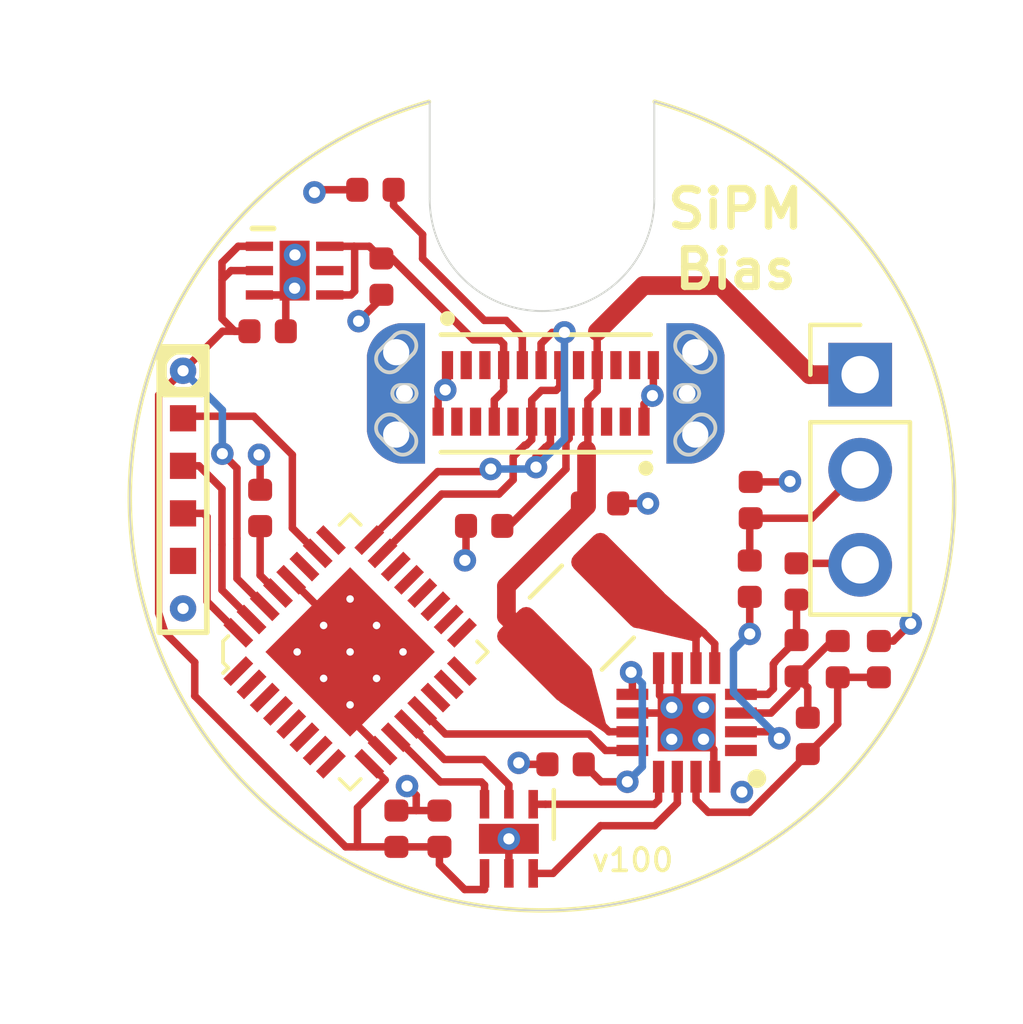
<source format=kicad_pcb>
(kicad_pcb (version 20171130) (host pcbnew 6.0.0-rc1-unknown-bb2e402~84~ubuntu18.04.1)

  (general
    (thickness 1.6)
    (drawings 11)
    (tracks 284)
    (zones 0)
    (modules 24)
    (nets 55)
  )

  (page A4)
  (layers
    (0 F.Cu signal)
    (31 B.Cu signal)
    (32 B.Adhes user)
    (33 F.Adhes user)
    (34 B.Paste user)
    (35 F.Paste user)
    (36 B.SilkS user)
    (37 F.SilkS user)
    (38 B.Mask user)
    (39 F.Mask user)
    (40 Dwgs.User user hide)
    (41 Cmts.User user)
    (42 Eco1.User user)
    (43 Eco2.User user)
    (44 Edge.Cuts user)
    (45 Margin user)
    (46 B.CrtYd user hide)
    (47 F.CrtYd user hide)
    (48 B.Fab user)
    (49 F.Fab user hide)
  )

  (setup
    (last_trace_width 0.2)
    (user_trace_width 0.2)
    (user_trace_width 0.25)
    (user_trace_width 0.5)
    (trace_clearance 0.2)
    (zone_clearance 0.2)
    (zone_45_only no)
    (trace_min 0.2)
    (via_size 0.6)
    (via_drill 0.3)
    (via_min_size 0.4)
    (via_min_drill 0.3)
    (uvia_size 0.3)
    (uvia_drill 0.1)
    (uvias_allowed no)
    (uvia_min_size 0.2)
    (uvia_min_drill 0.1)
    (edge_width 0.05)
    (segment_width 0.2)
    (pcb_text_width 0.3)
    (pcb_text_size 1.5 1.5)
    (mod_edge_width 0.12)
    (mod_text_size 1 1)
    (mod_text_width 0.15)
    (pad_size 1.524 1.524)
    (pad_drill 0.762)
    (pad_to_mask_clearance 0)
    (solder_mask_min_width 0.25)
    (aux_axis_origin 0 0)
    (visible_elements FFFFFF7F)
    (pcbplotparams
      (layerselection 0x010fc_ffffffff)
      (usegerberextensions false)
      (usegerberattributes false)
      (usegerberadvancedattributes false)
      (creategerberjobfile false)
      (excludeedgelayer true)
      (linewidth 0.100000)
      (plotframeref false)
      (viasonmask false)
      (mode 1)
      (useauxorigin false)
      (hpglpennumber 1)
      (hpglpenspeed 20)
      (hpglpendiameter 15.000000)
      (psnegative false)
      (psa4output false)
      (plotreference true)
      (plotvalue true)
      (plotinvisibletext false)
      (padsonsilk false)
      (subtractmaskfromsilk false)
      (outputformat 1)
      (mirror false)
      (drillshape 1)
      (scaleselection 1)
      (outputdirectory ""))
  )

  (net 0 "")
  (net 1 GND)
  (net 2 "Net-(C5-Pad2)")
  (net 3 "Net-(IC1-Pad14)")
  (net 4 "Net-(IC1-Pad13)")
  (net 5 /~SHDN)
  (net 6 +5V)
  (net 7 "Net-(IC1-Pad9)")
  (net 8 "Net-(IC1-Pad5)")
  (net 9 "Net-(C8-Pad1)")
  (net 10 "Net-(C5-Pad1)")
  (net 11 "Net-(IC1-Pad2)")
  (net 12 "Net-(IC1-Pad1)")
  (net 13 /SWDIO)
  (net 14 /SWCLK)
  (net 15 +3V3)
  (net 16 "Net-(C7-Pad1)")
  (net 17 "Net-(IC2-Pad27)")
  (net 18 /RESET)
  (net 19 /USB_DP)
  (net 20 "Net-(IC2-Pad22)")
  (net 21 "Net-(IC2-Pad21)")
  (net 22 "Net-(IC2-Pad20)")
  (net 23 "Net-(IC2-Pad19)")
  (net 24 "Net-(IC2-Pad18)")
  (net 25 "Net-(IC2-Pad16)")
  (net 26 "Net-(IC2-Pad15)")
  (net 27 "Net-(IC2-Pad14)")
  (net 28 /PA07)
  (net 29 /PA06)
  (net 30 "Net-(IC2-Pad6)")
  (net 31 "Net-(IC2-Pad5)")
  (net 32 "Net-(IC2-Pad4)")
  (net 33 /PA02)
  (net 34 "Net-(IC2-Pad2)")
  (net 35 "Net-(IC2-Pad1)")
  (net 36 "Net-(IC2-Pad17)")
  (net 37 "Net-(IC2-Pad25)")
  (net 38 /BIAS)
  (net 39 /SCL)
  (net 40 /SDA)
  (net 41 "Net-(J1-Pad5)")
  (net 42 "Net-(J2-PadB11)")
  (net 43 "Net-(J2-PadB10)")
  (net 44 "Net-(J2-PadB8)")
  (net 45 "Net-(J2-PadB5)")
  (net 46 "Net-(J2-PadB3)")
  (net 47 "Net-(J2-PadB2)")
  (net 48 "Net-(J2-PadA11)")
  (net 49 "Net-(J2-PadA10)")
  (net 50 "Net-(J2-PadA8)")
  (net 51 "Net-(J2-PadA5)")
  (net 52 "Net-(J2-PadA3)")
  (net 53 "Net-(J2-PadA2)")
  (net 54 /USB_DN)

  (net_class Default "This is the default net class."
    (clearance 0.2)
    (trace_width 0.2)
    (via_dia 0.6)
    (via_drill 0.3)
    (uvia_dia 0.3)
    (uvia_drill 0.1)
    (add_net +3V3)
    (add_net +5V)
    (add_net /BIAS)
    (add_net /PA02)
    (add_net /PA06)
    (add_net /PA07)
    (add_net /RESET)
    (add_net /SCL)
    (add_net /SDA)
    (add_net /SWCLK)
    (add_net /SWDIO)
    (add_net /USB_DN)
    (add_net /USB_DP)
    (add_net /~SHDN)
    (add_net GND)
    (add_net "Net-(C5-Pad1)")
    (add_net "Net-(C5-Pad2)")
    (add_net "Net-(C7-Pad1)")
    (add_net "Net-(C8-Pad1)")
    (add_net "Net-(IC1-Pad1)")
    (add_net "Net-(IC1-Pad13)")
    (add_net "Net-(IC1-Pad14)")
    (add_net "Net-(IC1-Pad2)")
    (add_net "Net-(IC1-Pad5)")
    (add_net "Net-(IC1-Pad9)")
    (add_net "Net-(IC2-Pad1)")
    (add_net "Net-(IC2-Pad14)")
    (add_net "Net-(IC2-Pad15)")
    (add_net "Net-(IC2-Pad16)")
    (add_net "Net-(IC2-Pad17)")
    (add_net "Net-(IC2-Pad18)")
    (add_net "Net-(IC2-Pad19)")
    (add_net "Net-(IC2-Pad2)")
    (add_net "Net-(IC2-Pad20)")
    (add_net "Net-(IC2-Pad21)")
    (add_net "Net-(IC2-Pad22)")
    (add_net "Net-(IC2-Pad25)")
    (add_net "Net-(IC2-Pad27)")
    (add_net "Net-(IC2-Pad4)")
    (add_net "Net-(IC2-Pad5)")
    (add_net "Net-(IC2-Pad6)")
    (add_net "Net-(J1-Pad5)")
    (add_net "Net-(J2-PadA10)")
    (add_net "Net-(J2-PadA11)")
    (add_net "Net-(J2-PadA2)")
    (add_net "Net-(J2-PadA3)")
    (add_net "Net-(J2-PadA5)")
    (add_net "Net-(J2-PadA8)")
    (add_net "Net-(J2-PadB10)")
    (add_net "Net-(J2-PadB11)")
    (add_net "Net-(J2-PadB2)")
    (add_net "Net-(J2-PadB3)")
    (add_net "Net-(J2-PadB5)")
    (add_net "Net-(J2-PadB8)")
  )

  (module footprints:QFN50P300X300X80-17N-D (layer F.Cu) (tedit 5DB6FCC8) (tstamp 5DB1FAD1)
    (at 203.865 105.99 180)
    (descr "UD Package 16-Lead Plastic QFN (3mm × 3mm)")
    (tags "Integrated Circuit")
    (path /5DB1EB34)
    (attr smd)
    (fp_text reference IC1 (at 0 -3 180) (layer F.SilkS) hide
      (effects (font (size 0.6 0.6) (thickness 0.1)))
    )
    (fp_text value LT3571EUD#PBF (at 0 0 180) (layer F.SilkS) hide
      (effects (font (size 1.27 1.27) (thickness 0.254)))
    )
    (fp_circle (center -1.875 -1.5) (end -1.875 -1.375) (layer F.SilkS) (width 0.25))
    (fp_line (start -1.5 -1) (end -1 -1.5) (layer F.Fab) (width 0.1))
    (fp_line (start -1.5 1.5) (end -1.5 -1.5) (layer F.Fab) (width 0.1))
    (fp_line (start 1.5 1.5) (end -1.5 1.5) (layer F.Fab) (width 0.1))
    (fp_line (start 1.5 -1.5) (end 1.5 1.5) (layer F.Fab) (width 0.1))
    (fp_line (start -1.5 -1.5) (end 1.5 -1.5) (layer F.Fab) (width 0.1))
    (fp_line (start -2.125 2.125) (end -2.125 -2.125) (layer F.CrtYd) (width 0.05))
    (fp_line (start 2.125 2.125) (end -2.125 2.125) (layer F.CrtYd) (width 0.05))
    (fp_line (start 2.125 -2.125) (end 2.125 2.125) (layer F.CrtYd) (width 0.05))
    (fp_line (start -2.125 -2.125) (end 2.125 -2.125) (layer F.CrtYd) (width 0.05))
    (fp_text user %R (at 0 0 180) (layer F.Fab) hide
      (effects (font (size 1.27 1.27) (thickness 0.254)))
    )
    (pad 17 smd rect (at 0 0 180) (size 1.55 1.55) (layers F.Cu F.Paste F.Mask)
      (net 1 GND))
    (pad 16 smd rect (at -0.75 -1.45 180) (size 0.3 0.85) (layers F.Cu F.Paste F.Mask)
      (net 1 GND))
    (pad 15 smd rect (at -0.25 -1.45 180) (size 0.3 0.85) (layers F.Cu F.Paste F.Mask)
      (net 2 "Net-(C5-Pad2)"))
    (pad 14 smd rect (at 0.25 -1.45 180) (size 0.3 0.85) (layers F.Cu F.Paste F.Mask)
      (net 3 "Net-(IC1-Pad14)"))
    (pad 13 smd rect (at 0.75 -1.45 180) (size 0.3 0.85) (layers F.Cu F.Paste F.Mask)
      (net 4 "Net-(IC1-Pad13)"))
    (pad 12 smd rect (at 1.45 -0.75 270) (size 0.3 0.85) (layers F.Cu F.Paste F.Mask)
      (net 5 /~SHDN))
    (pad 11 smd rect (at 1.45 -0.25 270) (size 0.3 0.85) (layers F.Cu F.Paste F.Mask)
      (net 6 +5V))
    (pad 10 smd rect (at 1.45 0.25 270) (size 0.3 0.85) (layers F.Cu F.Paste F.Mask)
      (net 1 GND))
    (pad 9 smd rect (at 1.45 0.75 270) (size 0.3 0.85) (layers F.Cu F.Paste F.Mask)
      (net 7 "Net-(IC1-Pad9)"))
    (pad 8 smd rect (at 0.75 1.45 180) (size 0.3 0.85) (layers F.Cu F.Paste F.Mask)
      (net 1 GND))
    (pad 7 smd rect (at 0.25 1.45 180) (size 0.3 0.85) (layers F.Cu F.Paste F.Mask)
      (net 1 GND))
    (pad 6 smd rect (at -0.25 1.45 180) (size 0.3 0.85) (layers F.Cu F.Paste F.Mask)
      (net 8 "Net-(IC1-Pad5)"))
    (pad 5 smd rect (at -0.75 1.45 180) (size 0.3 0.85) (layers F.Cu F.Paste F.Mask)
      (net 8 "Net-(IC1-Pad5)"))
    (pad 4 smd rect (at -1.45 0.75 270) (size 0.3 0.85) (layers F.Cu F.Paste F.Mask)
      (net 9 "Net-(C8-Pad1)"))
    (pad 3 smd rect (at -1.45 0.25 270) (size 0.3 0.85) (layers F.Cu F.Paste F.Mask)
      (net 10 "Net-(C5-Pad1)"))
    (pad 2 smd rect (at -1.45 -0.25 270) (size 0.3 0.85) (layers F.Cu F.Paste F.Mask)
      (net 11 "Net-(IC1-Pad2)"))
    (pad 1 smd rect (at -1.45 -0.75 270) (size 0.3 0.85) (layers F.Cu F.Paste F.Mask)
      (net 12 "Net-(IC1-Pad1)"))
    (model ${KIPRJMOD}/step/LT3571EUD#PBF.stp
      (at (xyz 0 0 0))
      (scale (xyz 1 1 1))
      (rotate (xyz 0 0 0))
    )
  )

  (module footprints:MCP4726A0T-EMAY (layer F.Cu) (tedit 5DB6FCA3) (tstamp 5DB34D32)
    (at 199.115 109.1 270)
    (path /5DB417E2)
    (fp_text reference U1 (at -0.1 -2.2 270) (layer F.SilkS) hide
      (effects (font (size 0.6 0.6) (thickness 0.1)))
    )
    (fp_text value MCP4726A0T-E_MAY (at 0.4 2.6 270) (layer F.SilkS) hide
      (effects (font (size 1 1) (thickness 0.15)))
    )
    (fp_line (start -1.3 -1.2) (end 0 -1.2) (layer F.SilkS) (width 0.12))
    (fp_text user "Copyright 2016 Accelerated Designs. All rights reserved." (at 0 0 270) (layer Cmts.User)
      (effects (font (size 0.127 0.127) (thickness 0.002)))
    )
    (fp_text user * (at 0 0 270) (layer F.Fab)
      (effects (font (size 1 1) (thickness 0.15)))
    )
    (fp_line (start -1 1) (end 1 1) (layer F.Fab) (width 0.1524))
    (fp_line (start 1 1) (end 1 -1) (layer F.Fab) (width 0.1524))
    (fp_line (start 1 -1) (end -1 -1) (layer F.Fab) (width 0.1524))
    (fp_line (start -1 -1) (end -1 1) (layer F.Fab) (width 0.1524))
    (fp_line (start -1.5588 1.031) (end -1.5588 -1.031) (layer F.CrtYd) (width 0.1524))
    (fp_line (start -1.5588 -1.031) (end -1.254 -1.031) (layer F.CrtYd) (width 0.1524))
    (fp_line (start -1.254 -1.031) (end -1.254 -1.254) (layer F.CrtYd) (width 0.1524))
    (fp_line (start -1.254 -1.254) (end 1.254 -1.254) (layer F.CrtYd) (width 0.1524))
    (fp_line (start 1.254 -1.254) (end 1.254 -1.031) (layer F.CrtYd) (width 0.1524))
    (fp_line (start 1.254 -1.031) (end 1.5588 -1.031) (layer F.CrtYd) (width 0.1524))
    (fp_line (start 1.5588 -1.031) (end 1.5588 1.031) (layer F.CrtYd) (width 0.1524))
    (fp_line (start 1.5588 1.031) (end 1.254 1.031) (layer F.CrtYd) (width 0.1524))
    (fp_line (start 1.254 1.031) (end 1.254 1.254) (layer F.CrtYd) (width 0.1524))
    (fp_line (start 1.254 1.254) (end -1.254 1.254) (layer F.CrtYd) (width 0.1524))
    (fp_line (start -1.254 1.254) (end -1.254 1.031) (layer F.CrtYd) (width 0.1524))
    (fp_line (start -1.254 1.031) (end -1.5588 1.031) (layer F.CrtYd) (width 0.1524))
    (fp_arc (start 0 -1) (end 0.3048 -1) (angle 180) (layer F.Fab) (width 0.1524))
    (pad 7 smd rect (at 0 0 270) (size 0.8 1.6) (layers F.Cu F.Paste F.Mask)
      (net 1 GND))
    (pad 1 smd rect (at -0.923801 -0.649999 270) (size 0.762 0.254) (layers F.Cu F.Paste F.Mask)
      (net 4 "Net-(IC1-Pad13)"))
    (pad 2 smd rect (at -0.923801 0 270) (size 0.762 0.254) (layers F.Cu F.Paste F.Mask)
      (net 39 /SCL))
    (pad 3 smd rect (at -0.923801 0.649999 270) (size 0.762 0.254) (layers F.Cu F.Paste F.Mask)
      (net 40 /SDA))
    (pad 4 smd rect (at 0.923801 0.649999 270) (size 0.762 0.254) (layers F.Cu F.Paste F.Mask)
      (net 15 +3V3))
    (pad 5 smd rect (at 0.923801 0 270) (size 0.762 0.254) (layers F.Cu F.Paste F.Mask)
      (net 1 GND))
    (pad 6 smd rect (at 0.923801 -0.649999 270) (size 0.762 0.254) (layers F.Cu F.Paste F.Mask)
      (net 3 "Net-(IC1-Pad14)"))
    (model ${KIPRJMOD}/step/DFN6_2x2MC.step
      (at (xyz 0 0 0))
      (scale (xyz 1 1 1))
      (rotate (xyz 0 0 0))
    )
  )

  (module footprints:QFN-32-1EP_5x5mm_Pitch0.5mm (layer F.Cu) (tedit 5DB6FC80) (tstamp 5DB473F0)
    (at 195.559028 104.05719 45)
    (path /5BFA6AC7)
    (fp_text reference IC2 (at 0 -4.71 45) (layer F.SilkS) hide
      (effects (font (size 1 1) (thickness 0.15)))
    )
    (fp_text value ATSAMD21E18A-AFT (at 0 4.51 45) (layer F.Fab) hide
      (effects (font (size 1 1) (thickness 0.15)))
    )
    (fp_line (start 1.98 2.05) (end -3.02 2.05) (layer F.Fab) (width 0.1))
    (fp_line (start 1.98 -2.95) (end 1.98 2.05) (layer F.Fab) (width 0.1))
    (fp_line (start 2.08 2.15) (end 1.68 2.15) (layer F.SilkS) (width 0.1))
    (fp_line (start 2.08 1.75) (end 2.08 2.15) (layer F.SilkS) (width 0.1))
    (fp_line (start 2.08 -3.05) (end 2.08 -2.65) (layer F.SilkS) (width 0.1))
    (fp_line (start 2.08 -3.05) (end 1.68 -3.05) (layer F.SilkS) (width 0.1))
    (fp_line (start -3.12 2.15) (end -3.12 1.75) (layer F.SilkS) (width 0.1))
    (fp_line (start -2.72 2.15) (end -3.12 2.15) (layer F.SilkS) (width 0.1))
    (fp_line (start -2.62 -2.95) (end -3.02 -2.55) (layer F.Fab) (width 0.1))
    (fp_line (start -3.02 -2.55) (end -3.02 2.05) (layer F.Fab) (width 0.1))
    (fp_line (start -2.62 -2.95) (end 1.98 -2.95) (layer F.Fab) (width 0.1))
    (fp_line (start -3.12 -2.45) (end -3.32 -2.45) (layer F.SilkS) (width 0.1))
    (fp_line (start -3.12 -2.65) (end -3.12 -2.45) (layer F.SilkS) (width 0.1))
    (fp_line (start -2.72 -3.05) (end -3.12 -2.65) (layer F.SilkS) (width 0.1))
    (fp_line (start -2.52 -3.05) (end -2.72 -3.05) (layer F.SilkS) (width 0.1))
    (fp_text user %R (at -0.52 -0.45 45) (layer F.Fab) hide
      (effects (font (size 1 1) (thickness 0.15)))
    )
    (fp_line (start 2.61 2.68) (end -3.65 2.68) (layer F.CrtYd) (width 0.05))
    (fp_line (start 2.61 -3.58) (end -3.65 -3.58) (layer F.CrtYd) (width 0.05))
    (fp_line (start 2.61 -3.58) (end 2.61 2.68) (layer F.CrtYd) (width 0.05))
    (fp_line (start -3.65 2.68) (end -3.65 -3.58) (layer F.CrtYd) (width 0.05))
    (pad 32 smd rect (at -2.27 -2.925 315) (size 0.85 0.28) (layers F.Cu F.Paste F.Mask)
      (net 13 /SWDIO) (solder_mask_margin 0.07))
    (pad 31 smd rect (at -1.77 -2.925 315) (size 0.85 0.28) (layers F.Cu F.Paste F.Mask)
      (net 14 /SWCLK) (solder_mask_margin 0.07))
    (pad 30 smd rect (at -1.27 -2.925 315) (size 0.85 0.28) (layers F.Cu F.Paste F.Mask)
      (net 15 +3V3) (solder_mask_margin 0.07))
    (pad 29 smd rect (at -0.77 -2.925 315) (size 0.85 0.28) (layers F.Cu F.Paste F.Mask)
      (net 16 "Net-(C7-Pad1)") (solder_mask_margin 0.07))
    (pad 28 smd rect (at -0.27 -2.925 315) (size 0.85 0.28) (layers F.Cu F.Paste F.Mask)
      (net 1 GND) (solder_mask_margin 0.07))
    (pad 27 smd rect (at 0.23 -2.925 315) (size 0.85 0.28) (layers F.Cu F.Paste F.Mask)
      (net 17 "Net-(IC2-Pad27)") (solder_mask_margin 0.07))
    (pad 26 smd rect (at 0.73 -2.925 315) (size 0.85 0.28) (layers F.Cu F.Paste F.Mask)
      (net 18 /RESET) (solder_mask_margin 0.07))
    (pad 24 smd rect (at 1.955 -2.2 315) (size 0.28 0.85) (layers F.Cu F.Paste F.Mask)
      (net 19 /USB_DP) (solder_mask_margin 0.07))
    (pad 23 smd rect (at 1.955 -1.7 315) (size 0.28 0.85) (layers F.Cu F.Paste F.Mask)
      (net 54 /USB_DN) (solder_mask_margin 0.07))
    (pad 22 smd rect (at 1.955 -1.2 315) (size 0.28 0.85) (layers F.Cu F.Paste F.Mask)
      (net 20 "Net-(IC2-Pad22)") (solder_mask_margin 0.07))
    (pad 21 smd rect (at 1.955 -0.7 315) (size 0.28 0.85) (layers F.Cu F.Paste F.Mask)
      (net 21 "Net-(IC2-Pad21)") (solder_mask_margin 0.07))
    (pad 20 smd rect (at 1.955 -0.2 315) (size 0.28 0.85) (layers F.Cu F.Paste F.Mask)
      (net 22 "Net-(IC2-Pad20)") (solder_mask_margin 0.07))
    (pad 19 smd rect (at 1.955 0.3 315) (size 0.28 0.85) (layers F.Cu F.Paste F.Mask)
      (net 23 "Net-(IC2-Pad19)") (solder_mask_margin 0.07))
    (pad 18 smd rect (at 1.955 0.8 315) (size 0.28 0.85) (layers F.Cu F.Paste F.Mask)
      (net 24 "Net-(IC2-Pad18)") (solder_mask_margin 0.07))
    (pad 16 smd rect (at 1.23 2.025 315) (size 0.85 0.28) (layers F.Cu F.Paste F.Mask)
      (net 25 "Net-(IC2-Pad16)") (solder_mask_margin 0.07))
    (pad 15 smd rect (at 0.73 2.025 315) (size 0.85 0.28) (layers F.Cu F.Paste F.Mask)
      (net 26 "Net-(IC2-Pad15)") (solder_mask_margin 0.07))
    (pad 14 smd rect (at 0.23 2.025 315) (size 0.85 0.28) (layers F.Cu F.Paste F.Mask)
      (net 27 "Net-(IC2-Pad14)") (solder_mask_margin 0.07))
    (pad 13 smd rect (at -0.27 2.025 315) (size 0.85 0.28) (layers F.Cu F.Paste F.Mask)
      (net 5 /~SHDN) (solder_mask_margin 0.07))
    (pad 12 smd rect (at -0.77 2.025 315) (size 0.85 0.28) (layers F.Cu F.Paste F.Mask)
      (net 39 /SCL) (solder_mask_margin 0.07))
    (pad 11 smd rect (at -1.27 2.025 315) (size 0.85 0.28) (layers F.Cu F.Paste F.Mask)
      (net 40 /SDA) (solder_mask_margin 0.07))
    (pad 10 smd rect (at -1.77 2.025 315) (size 0.85 0.28) (layers F.Cu F.Paste F.Mask)
      (net 1 GND) (solder_mask_margin 0.07))
    (pad 8 smd rect (at -2.995 1.3 315) (size 0.28 0.85) (layers F.Cu F.Paste F.Mask)
      (net 28 /PA07) (solder_mask_margin 0.07))
    (pad 7 smd rect (at -2.995 0.8 315) (size 0.28 0.85) (layers F.Cu F.Paste F.Mask)
      (net 29 /PA06) (solder_mask_margin 0.07))
    (pad 6 smd rect (at -2.995 0.3 315) (size 0.28 0.85) (layers F.Cu F.Paste F.Mask)
      (net 30 "Net-(IC2-Pad6)") (solder_mask_margin 0.07))
    (pad 5 smd rect (at -2.995 -0.2 315) (size 0.28 0.85) (layers F.Cu F.Paste F.Mask)
      (net 31 "Net-(IC2-Pad5)") (solder_mask_margin 0.07))
    (pad 4 smd rect (at -2.995 -0.7 315) (size 0.28 0.85) (layers F.Cu F.Paste F.Mask)
      (net 32 "Net-(IC2-Pad4)") (solder_mask_margin 0.07))
    (pad 3 smd rect (at -2.995 -1.2 315) (size 0.28 0.85) (layers F.Cu F.Paste F.Mask)
      (net 33 /PA02) (solder_mask_margin 0.07))
    (pad 2 smd rect (at -2.995 -1.7 315) (size 0.28 0.85) (layers F.Cu F.Paste F.Mask)
      (net 34 "Net-(IC2-Pad2)") (solder_mask_margin 0.07))
    (pad 1 smd rect (at -2.995 -2.2 315) (size 0.28 0.85) (layers F.Cu F.Paste F.Mask)
      (net 35 "Net-(IC2-Pad1)") (solder_mask_margin 0.07))
    (pad 33 thru_hole circle (at -1.52 0.55 315) (size 0.2 0.2) (drill 0.2) (layers *.Cu *.Mask)
      (net 1 GND) (solder_mask_margin 0.1))
    (pad 33 thru_hole circle (at -1.52 -0.45 315) (size 0.2 0.2) (drill 0.2) (layers *.Cu *.Mask)
      (net 1 GND) (solder_mask_margin 0.1))
    (pad 33 thru_hole circle (at -1.52 -1.45 315) (size 0.2 0.2) (drill 0.2) (layers *.Cu *.Mask)
      (net 1 GND) (solder_mask_margin 0.1))
    (pad 33 thru_hole circle (at -0.52 0.55 315) (size 0.2 0.2) (drill 0.2) (layers *.Cu *.Mask)
      (net 1 GND) (solder_mask_margin 0.1))
    (pad 33 thru_hole circle (at -0.52 -0.45 315) (size 0.2 0.2) (drill 0.2) (layers *.Cu *.Mask)
      (net 1 GND) (solder_mask_margin 0.1))
    (pad 33 thru_hole circle (at -0.52 -1.45 315) (size 0.2 0.2) (drill 0.2) (layers *.Cu *.Mask)
      (net 1 GND) (solder_mask_margin 0.1))
    (pad 33 thru_hole circle (at 0.48 0.55 315) (size 0.2 0.2) (drill 0.2) (layers *.Cu *.Mask)
      (net 1 GND) (solder_mask_margin 0.1))
    (pad 33 thru_hole circle (at 0.48 -0.45 315) (size 0.2 0.2) (drill 0.2) (layers *.Cu *.Mask)
      (net 1 GND) (solder_mask_margin 0.1))
    (pad 33 thru_hole circle (at 0.48 -1.45 315) (size 0.2 0.2) (drill 0.2) (layers *.Cu *.Mask)
      (net 1 GND) (solder_mask_margin 0.1))
    (pad 33 smd rect (at -0.52 -0.45 315) (size 3.2 3.2) (layers F.Cu F.Paste F.Mask)
      (net 1 GND))
    (pad 9 smd rect (at -2.27 2.025 315) (size 0.85 0.28) (layers F.Cu F.Paste F.Mask)
      (net 15 +3V3) (solder_mask_margin 0.07))
    (pad 17 smd rect (at 1.955 1.3 315) (size 0.28 0.85) (layers F.Cu F.Paste F.Mask)
      (net 36 "Net-(IC2-Pad17)") (solder_mask_margin 0.07))
    (pad 25 smd rect (at 1.23 -2.925 315) (size 0.85 0.28) (layers F.Cu F.Paste F.Mask)
      (net 37 "Net-(IC2-Pad25)") (solder_mask_margin 0.07))
    (model ${KIPRJMOD}/step/QFN-32-1EP_5x5mm_P0.5mm_EP3.45x3.45mm.step
      (offset (xyz -0.5 0.5 0))
      (scale (xyz 1 1 1))
      (rotate (xyz 0 0 0))
    )
  )

  (module footprints:R_0402_1005Metric (layer F.Cu) (tedit 5B301BBD) (tstamp 5DB33C31)
    (at 195.55 91.76 180)
    (descr "Resistor SMD 0402 (1005 Metric), square (rectangular) end terminal, IPC_7351 nominal, (Body size source: http://www.tortai-tech.com/upload/download/2011102023233369053.pdf), generated with kicad-footprint-generator")
    (tags resistor)
    (path /5DBB1989)
    (attr smd)
    (fp_text reference R9 (at 0 -1.17 180) (layer F.SilkS) hide
      (effects (font (size 1 1) (thickness 0.15)))
    )
    (fp_text value 5.1k (at 0 1.17 180) (layer F.Fab) hide
      (effects (font (size 1 1) (thickness 0.15)))
    )
    (fp_text user %R (at 0 0 180) (layer F.Fab) hide
      (effects (font (size 0.25 0.25) (thickness 0.04)))
    )
    (fp_line (start 0.93 0.47) (end -0.93 0.47) (layer F.CrtYd) (width 0.05))
    (fp_line (start 0.93 -0.47) (end 0.93 0.47) (layer F.CrtYd) (width 0.05))
    (fp_line (start -0.93 -0.47) (end 0.93 -0.47) (layer F.CrtYd) (width 0.05))
    (fp_line (start -0.93 0.47) (end -0.93 -0.47) (layer F.CrtYd) (width 0.05))
    (fp_line (start 0.5 0.25) (end -0.5 0.25) (layer F.Fab) (width 0.1))
    (fp_line (start 0.5 -0.25) (end 0.5 0.25) (layer F.Fab) (width 0.1))
    (fp_line (start -0.5 -0.25) (end 0.5 -0.25) (layer F.Fab) (width 0.1))
    (fp_line (start -0.5 0.25) (end -0.5 -0.25) (layer F.Fab) (width 0.1))
    (pad 2 smd roundrect (at 0.485 0 180) (size 0.59 0.64) (layers F.Cu F.Paste F.Mask) (roundrect_rratio 0.25)
      (net 1 GND))
    (pad 1 smd roundrect (at -0.485 0 180) (size 0.59 0.64) (layers F.Cu F.Paste F.Mask) (roundrect_rratio 0.25)
      (net 51 "Net-(J2-PadA5)"))
    (model ${KISYS3DMOD}/Resistor_SMD.3dshapes/R_0402_1005Metric.wrl
      (at (xyz 0 0 0))
      (scale (xyz 1 1 1))
      (rotate (xyz 0 0 0))
    )
  )

  (module footprints:R_0402_1005Metric (layer F.Cu) (tedit 5B301BBD) (tstamp 5DB33C20)
    (at 198.455 100.74 180)
    (descr "Resistor SMD 0402 (1005 Metric), square (rectangular) end terminal, IPC_7351 nominal, (Body size source: http://www.tortai-tech.com/upload/download/2011102023233369053.pdf), generated with kicad-footprint-generator")
    (tags resistor)
    (path /5DBAEA96)
    (attr smd)
    (fp_text reference R8 (at 0 -1.17 180) (layer F.SilkS) hide
      (effects (font (size 1 1) (thickness 0.15)))
    )
    (fp_text value 5.1k (at 0 1.17 180) (layer F.Fab) hide
      (effects (font (size 1 1) (thickness 0.15)))
    )
    (fp_text user %R (at 0 0 180) (layer F.Fab) hide
      (effects (font (size 0.25 0.25) (thickness 0.04)))
    )
    (fp_line (start 0.93 0.47) (end -0.93 0.47) (layer F.CrtYd) (width 0.05))
    (fp_line (start 0.93 -0.47) (end 0.93 0.47) (layer F.CrtYd) (width 0.05))
    (fp_line (start -0.93 -0.47) (end 0.93 -0.47) (layer F.CrtYd) (width 0.05))
    (fp_line (start -0.93 0.47) (end -0.93 -0.47) (layer F.CrtYd) (width 0.05))
    (fp_line (start 0.5 0.25) (end -0.5 0.25) (layer F.Fab) (width 0.1))
    (fp_line (start 0.5 -0.25) (end 0.5 0.25) (layer F.Fab) (width 0.1))
    (fp_line (start -0.5 -0.25) (end 0.5 -0.25) (layer F.Fab) (width 0.1))
    (fp_line (start -0.5 0.25) (end -0.5 -0.25) (layer F.Fab) (width 0.1))
    (pad 2 smd roundrect (at 0.485 0 180) (size 0.59 0.64) (layers F.Cu F.Paste F.Mask) (roundrect_rratio 0.25)
      (net 1 GND))
    (pad 1 smd roundrect (at -0.485 0 180) (size 0.59 0.64) (layers F.Cu F.Paste F.Mask) (roundrect_rratio 0.25)
      (net 45 "Net-(J2-PadB5)"))
    (model ${KISYS3DMOD}/Resistor_SMD.3dshapes/R_0402_1005Metric.wrl
      (at (xyz 0 0 0))
      (scale (xyz 1 1 1))
      (rotate (xyz 0 0 0))
    )
  )

  (module footprints:R_0402_1005Metric (layer F.Cu) (tedit 5B301BBD) (tstamp 5DB33BFE)
    (at 209 104.3 90)
    (descr "Resistor SMD 0402 (1005 Metric), square (rectangular) end terminal, IPC_7351 nominal, (Body size source: http://www.tortai-tech.com/upload/download/2011102023233369053.pdf), generated with kicad-footprint-generator")
    (tags resistor)
    (path /5DB2EAFA)
    (attr smd)
    (fp_text reference R6 (at 0 -1.17 90) (layer F.SilkS) hide
      (effects (font (size 1 1) (thickness 0.15)))
    )
    (fp_text value 20.5k (at 0 1.17 90) (layer F.Fab) hide
      (effects (font (size 1 1) (thickness 0.15)))
    )
    (fp_text user %R (at 0 0 90) (layer F.Fab) hide
      (effects (font (size 0.25 0.25) (thickness 0.04)))
    )
    (fp_line (start 0.93 0.47) (end -0.93 0.47) (layer F.CrtYd) (width 0.05))
    (fp_line (start 0.93 -0.47) (end 0.93 0.47) (layer F.CrtYd) (width 0.05))
    (fp_line (start -0.93 -0.47) (end 0.93 -0.47) (layer F.CrtYd) (width 0.05))
    (fp_line (start -0.93 0.47) (end -0.93 -0.47) (layer F.CrtYd) (width 0.05))
    (fp_line (start 0.5 0.25) (end -0.5 0.25) (layer F.Fab) (width 0.1))
    (fp_line (start 0.5 -0.25) (end 0.5 0.25) (layer F.Fab) (width 0.1))
    (fp_line (start -0.5 -0.25) (end 0.5 -0.25) (layer F.Fab) (width 0.1))
    (fp_line (start -0.5 0.25) (end -0.5 -0.25) (layer F.Fab) (width 0.1))
    (pad 2 smd roundrect (at 0.485 0 90) (size 0.59 0.64) (layers F.Cu F.Paste F.Mask) (roundrect_rratio 0.25)
      (net 1 GND))
    (pad 1 smd roundrect (at -0.485 0 90) (size 0.59 0.64) (layers F.Cu F.Paste F.Mask) (roundrect_rratio 0.25)
      (net 2 "Net-(C5-Pad2)"))
    (model ${KISYS3DMOD}/Resistor_SMD.3dshapes/R_0402_1005Metric.wrl
      (at (xyz 0 0 0))
      (scale (xyz 1 1 1))
      (rotate (xyz 0 0 0))
    )
  )

  (module footprints:R_0402_1005Metric (layer F.Cu) (tedit 5B301BBD) (tstamp 5DB33BED)
    (at 207.9 104.3 270)
    (descr "Resistor SMD 0402 (1005 Metric), square (rectangular) end terminal, IPC_7351 nominal, (Body size source: http://www.tortai-tech.com/upload/download/2011102023233369053.pdf), generated with kicad-footprint-generator")
    (tags resistor)
    (path /5DB29D52)
    (attr smd)
    (fp_text reference R5 (at 0 -1.17 270) (layer F.SilkS) hide
      (effects (font (size 1 1) (thickness 0.15)))
    )
    (fp_text value 1M (at 0 1.17 270) (layer F.Fab) hide
      (effects (font (size 1 1) (thickness 0.15)))
    )
    (fp_text user %R (at 0 0 270) (layer F.Fab) hide
      (effects (font (size 0.25 0.25) (thickness 0.04)))
    )
    (fp_line (start 0.93 0.47) (end -0.93 0.47) (layer F.CrtYd) (width 0.05))
    (fp_line (start 0.93 -0.47) (end 0.93 0.47) (layer F.CrtYd) (width 0.05))
    (fp_line (start -0.93 -0.47) (end 0.93 -0.47) (layer F.CrtYd) (width 0.05))
    (fp_line (start -0.93 0.47) (end -0.93 -0.47) (layer F.CrtYd) (width 0.05))
    (fp_line (start 0.5 0.25) (end -0.5 0.25) (layer F.Fab) (width 0.1))
    (fp_line (start 0.5 -0.25) (end 0.5 0.25) (layer F.Fab) (width 0.1))
    (fp_line (start -0.5 -0.25) (end 0.5 -0.25) (layer F.Fab) (width 0.1))
    (fp_line (start -0.5 0.25) (end -0.5 -0.25) (layer F.Fab) (width 0.1))
    (pad 2 smd roundrect (at 0.485 0 270) (size 0.59 0.64) (layers F.Cu F.Paste F.Mask) (roundrect_rratio 0.25)
      (net 2 "Net-(C5-Pad2)"))
    (pad 1 smd roundrect (at -0.485 0 270) (size 0.59 0.64) (layers F.Cu F.Paste F.Mask) (roundrect_rratio 0.25)
      (net 10 "Net-(C5-Pad1)"))
    (model ${KISYS3DMOD}/Resistor_SMD.3dshapes/R_0402_1005Metric.wrl
      (at (xyz 0 0 0))
      (scale (xyz 1 1 1))
      (rotate (xyz 0 0 0))
    )
  )

  (module footprints:R_0402_1005Metric (layer F.Cu) (tedit 5B301BBD) (tstamp 5DB7484D)
    (at 206.8 104.275 270)
    (descr "Resistor SMD 0402 (1005 Metric), square (rectangular) end terminal, IPC_7351 nominal, (Body size source: http://www.tortai-tech.com/upload/download/2011102023233369053.pdf), generated with kicad-footprint-generator")
    (tags resistor)
    (path /5DB29980)
    (attr smd)
    (fp_text reference R4 (at 0 -1.17 270) (layer F.SilkS) hide
      (effects (font (size 1 1) (thickness 0.15)))
    )
    (fp_text value 20 (at 0 1.17 270) (layer F.Fab) hide
      (effects (font (size 1 1) (thickness 0.15)))
    )
    (fp_text user %R (at 0 0 270) (layer F.Fab) hide
      (effects (font (size 0.25 0.25) (thickness 0.04)))
    )
    (fp_line (start 0.93 0.47) (end -0.93 0.47) (layer F.CrtYd) (width 0.05))
    (fp_line (start 0.93 -0.47) (end 0.93 0.47) (layer F.CrtYd) (width 0.05))
    (fp_line (start -0.93 -0.47) (end 0.93 -0.47) (layer F.CrtYd) (width 0.05))
    (fp_line (start -0.93 0.47) (end -0.93 -0.47) (layer F.CrtYd) (width 0.05))
    (fp_line (start 0.5 0.25) (end -0.5 0.25) (layer F.Fab) (width 0.1))
    (fp_line (start 0.5 -0.25) (end 0.5 0.25) (layer F.Fab) (width 0.1))
    (fp_line (start -0.5 -0.25) (end 0.5 -0.25) (layer F.Fab) (width 0.1))
    (fp_line (start -0.5 0.25) (end -0.5 -0.25) (layer F.Fab) (width 0.1))
    (pad 2 smd roundrect (at 0.485 0 270) (size 0.59 0.64) (layers F.Cu F.Paste F.Mask) (roundrect_rratio 0.25)
      (net 10 "Net-(C5-Pad1)"))
    (pad 1 smd roundrect (at -0.485 0 270) (size 0.59 0.64) (layers F.Cu F.Paste F.Mask) (roundrect_rratio 0.25)
      (net 9 "Net-(C8-Pad1)"))
    (model ${KISYS3DMOD}/Resistor_SMD.3dshapes/R_0402_1005Metric.wrl
      (at (xyz 0 0 0))
      (scale (xyz 1 1 1))
      (rotate (xyz 0 0 0))
    )
  )

  (module footprints:R_0402_1005Metric (layer F.Cu) (tedit 5B301BBD) (tstamp 5DB33BCB)
    (at 205.55 102.15 270)
    (descr "Resistor SMD 0402 (1005 Metric), square (rectangular) end terminal, IPC_7351 nominal, (Body size source: http://www.tortai-tech.com/upload/download/2011102023233369053.pdf), generated with kicad-footprint-generator")
    (tags resistor)
    (path /5DB23B48)
    (attr smd)
    (fp_text reference R3 (at 0 -1.17 270) (layer F.SilkS) hide
      (effects (font (size 1 1) (thickness 0.15)))
    )
    (fp_text value 49.9 (at 0 1.17 270) (layer F.Fab) hide
      (effects (font (size 1 1) (thickness 0.15)))
    )
    (fp_text user %R (at 0 0 270) (layer F.Fab) hide
      (effects (font (size 0.25 0.25) (thickness 0.04)))
    )
    (fp_line (start 0.93 0.47) (end -0.93 0.47) (layer F.CrtYd) (width 0.05))
    (fp_line (start 0.93 -0.47) (end 0.93 0.47) (layer F.CrtYd) (width 0.05))
    (fp_line (start -0.93 -0.47) (end 0.93 -0.47) (layer F.CrtYd) (width 0.05))
    (fp_line (start -0.93 0.47) (end -0.93 -0.47) (layer F.CrtYd) (width 0.05))
    (fp_line (start 0.5 0.25) (end -0.5 0.25) (layer F.Fab) (width 0.1))
    (fp_line (start 0.5 -0.25) (end 0.5 0.25) (layer F.Fab) (width 0.1))
    (fp_line (start -0.5 -0.25) (end 0.5 -0.25) (layer F.Fab) (width 0.1))
    (fp_line (start -0.5 0.25) (end -0.5 -0.25) (layer F.Fab) (width 0.1))
    (pad 2 smd roundrect (at 0.485 0 270) (size 0.59 0.64) (layers F.Cu F.Paste F.Mask) (roundrect_rratio 0.25)
      (net 11 "Net-(IC1-Pad2)"))
    (pad 1 smd roundrect (at -0.485 0 270) (size 0.59 0.64) (layers F.Cu F.Paste F.Mask) (roundrect_rratio 0.25)
      (net 38 /BIAS))
    (model ${KISYS3DMOD}/Resistor_SMD.3dshapes/R_0402_1005Metric.wrl
      (at (xyz 0 0 0))
      (scale (xyz 1 1 1))
      (rotate (xyz 0 0 0))
    )
  )

  (module footprints:R_0402_1005Metric (layer F.Cu) (tedit 5B301BBD) (tstamp 5DB33BBA)
    (at 200.63 107.11 180)
    (descr "Resistor SMD 0402 (1005 Metric), square (rectangular) end terminal, IPC_7351 nominal, (Body size source: http://www.tortai-tech.com/upload/download/2011102023233369053.pdf), generated with kicad-footprint-generator")
    (tags resistor)
    (path /5DB333B4)
    (attr smd)
    (fp_text reference R2 (at 0 -1.17 180) (layer F.SilkS) hide
      (effects (font (size 1 1) (thickness 0.15)))
    )
    (fp_text value 12.1k (at 0 1.17 180) (layer F.Fab) hide
      (effects (font (size 1 1) (thickness 0.15)))
    )
    (fp_text user %R (at 0 0 180) (layer F.Fab) hide
      (effects (font (size 0.25 0.25) (thickness 0.04)))
    )
    (fp_line (start 0.93 0.47) (end -0.93 0.47) (layer F.CrtYd) (width 0.05))
    (fp_line (start 0.93 -0.47) (end 0.93 0.47) (layer F.CrtYd) (width 0.05))
    (fp_line (start -0.93 -0.47) (end 0.93 -0.47) (layer F.CrtYd) (width 0.05))
    (fp_line (start -0.93 0.47) (end -0.93 -0.47) (layer F.CrtYd) (width 0.05))
    (fp_line (start 0.5 0.25) (end -0.5 0.25) (layer F.Fab) (width 0.1))
    (fp_line (start 0.5 -0.25) (end 0.5 0.25) (layer F.Fab) (width 0.1))
    (fp_line (start -0.5 -0.25) (end 0.5 -0.25) (layer F.Fab) (width 0.1))
    (fp_line (start -0.5 0.25) (end -0.5 -0.25) (layer F.Fab) (width 0.1))
    (pad 2 smd roundrect (at 0.485 0 180) (size 0.59 0.64) (layers F.Cu F.Paste F.Mask) (roundrect_rratio 0.25)
      (net 1 GND))
    (pad 1 smd roundrect (at -0.485 0 180) (size 0.59 0.64) (layers F.Cu F.Paste F.Mask) (roundrect_rratio 0.25)
      (net 7 "Net-(IC1-Pad9)"))
    (model ${KISYS3DMOD}/Resistor_SMD.3dshapes/R_0402_1005Metric.wrl
      (at (xyz 0 0 0))
      (scale (xyz 1 1 1))
      (rotate (xyz 0 0 0))
    )
  )

  (module footprints:HRS_CX80B1-24P (layer F.Cu) (tedit 5DB35112) (tstamp 5DB3DBA1)
    (at 200.1 97.2)
    (path /5DB76CEA)
    (attr smd)
    (fp_text reference J2 (at -1.6 -2.2) (layer F.SilkS) hide
      (effects (font (size 0.6 0.6) (thickness 0.1)))
    )
    (fp_text value CX80B1-24P (at -1.325 2.965) (layer F.SilkS) hide
      (effects (font (size 1 1) (thickness 0.05)))
    )
    (fp_line (start -4.24248 1.34748) (end -4.45462 1.13535) (layer Edge.Cuts) (width 0.1))
    (fp_arc (start -4.20713 0.923223) (end -4.41926 0.675737) (angle -90) (layer Edge.Cuts) (width 0.1))
    (fp_arc (start -4.17178 0.887864) (end -3.95965 0.640381) (angle -90) (layer Edge.Cuts) (width 0.1))
    (fp_line (start -3.95965 0.640381) (end -3.74752 0.852516) (layer Edge.Cuts) (width 0.1))
    (fp_line (start -3.74752 0.852516) (end -3.53538 1.06465) (layer Edge.Cuts) (width 0.1))
    (fp_arc (start -3.78286 1.27678) (end -3.57074 1.52426) (angle -90) (layer Edge.Cuts) (width 0.1))
    (fp_arc (start -3.81822 1.31213) (end -4.03035 1.55962) (angle -90) (layer Edge.Cuts) (width 0.1))
    (fp_line (start -4.03035 1.55962) (end -4.24248 1.34748) (layer Edge.Cuts) (width 0.1))
    (fp_line (start 3.74752 -0.852516) (end 3.53538 -1.06465) (layer Edge.Cuts) (width 0.1))
    (fp_arc (start 3.78286 -1.27678) (end 3.57074 -1.52426) (angle -90) (layer Edge.Cuts) (width 0.1))
    (fp_arc (start 3.81822 -1.31213) (end 4.03035 -1.55962) (angle -90) (layer Edge.Cuts) (width 0.1))
    (fp_line (start 4.03035 -1.55962) (end 4.24248 -1.34748) (layer Edge.Cuts) (width 0.1))
    (fp_line (start 4.24248 -1.34748) (end 4.45462 -1.13535) (layer Edge.Cuts) (width 0.1))
    (fp_arc (start 4.20713 -0.923223) (end 4.41926 -0.675737) (angle -90) (layer Edge.Cuts) (width 0.1))
    (fp_arc (start 4.17178 -0.887864) (end 3.95965 -0.640381) (angle -90) (layer Edge.Cuts) (width 0.1))
    (fp_line (start 3.95965 -0.640381) (end 3.74752 -0.852516) (layer Edge.Cuts) (width 0.1))
    (fp_line (start -4.24248 -1.34748) (end -4.03035 -1.55962) (layer Edge.Cuts) (width 0.1))
    (fp_arc (start -3.81822 -1.31213) (end -3.57074 -1.52426) (angle -90) (layer Edge.Cuts) (width 0.1))
    (fp_arc (start -3.78286 -1.27678) (end -3.53538 -1.06465) (angle -90) (layer Edge.Cuts) (width 0.1))
    (fp_line (start -3.53538 -1.06465) (end -3.74752 -0.852516) (layer Edge.Cuts) (width 0.1))
    (fp_line (start -3.74752 -0.852516) (end -3.95965 -0.640381) (layer Edge.Cuts) (width 0.1))
    (fp_arc (start -4.17178 -0.887864) (end -4.41926 -0.675737) (angle -90) (layer Edge.Cuts) (width 0.1))
    (fp_arc (start -4.20713 -0.923223) (end -4.45462 -1.13535) (angle -90) (layer Edge.Cuts) (width 0.1))
    (fp_line (start -4.45462 -1.13535) (end -4.24248 -1.34748) (layer Edge.Cuts) (width 0.1))
    (fp_line (start 4.24248 1.34748) (end 4.03035 1.55962) (layer Edge.Cuts) (width 0.1))
    (fp_arc (start 3.81822 1.31213) (end 3.57074 1.52426) (angle -90) (layer Edge.Cuts) (width 0.1))
    (fp_arc (start 3.78286 1.27678) (end 3.53538 1.06465) (angle -90) (layer Edge.Cuts) (width 0.1))
    (fp_line (start 3.53538 1.06465) (end 3.74752 0.852516) (layer Edge.Cuts) (width 0.1))
    (fp_line (start 3.74752 0.852516) (end 3.95965 0.640381) (layer Edge.Cuts) (width 0.1))
    (fp_arc (start 4.17178 0.887864) (end 4.41926 0.675737) (angle -90) (layer Edge.Cuts) (width 0.1))
    (fp_arc (start 4.20713 0.923223) (end 4.45462 1.13535) (angle -90) (layer Edge.Cuts) (width 0.1))
    (fp_line (start 4.45462 1.13535) (end 4.24248 1.34748) (layer Edge.Cuts) (width 0.1))
    (fp_poly (pts (xy -3.225 -1.875) (xy -3.225 1.875) (xy -3.9 1.875) (xy -3.92743 1.87165)
      (xy -3.97056 1.86443) (xy -4.01333 1.85534) (xy -4.05566 1.84439) (xy -4.09747 1.83161)
      (xy -4.13869 1.81701) (xy -4.17923 1.80063) (xy -4.21902 1.7825) (xy -4.25798 1.76265)
      (xy -4.29603 1.74112) (xy -4.33312 1.71795) (xy -4.36915 1.69318) (xy -4.40407 1.66687)
      (xy -4.43781 1.63906) (xy -4.4703 1.6098) (xy -4.50149 1.57915) (xy -4.53131 1.54718)
      (xy -4.55971 1.51393) (xy -4.58663 1.47947) (xy -4.61202 1.44387) (xy -4.63583 1.4072)
      (xy -4.65803 1.36953) (xy -4.67855 1.33092) (xy -4.69738 1.29146) (xy -4.71446 1.25121)
      (xy -4.72978 1.21025) (xy -4.74329 1.16867) (xy -4.75497 1.12653) (xy -4.76481 1.08393)
      (xy -4.77278 1.04094) (xy -4.775 1.025) (xy -4.775 -1.025) (xy -4.77278 -1.04093)
      (xy -4.76481 -1.08392) (xy -4.75497 -1.12653) (xy -4.74329 -1.16866) (xy -4.72978 -1.21025)
      (xy -4.71447 -1.2512) (xy -4.69738 -1.29145) (xy -4.67856 -1.33092) (xy -4.65803 -1.36952)
      (xy -4.63584 -1.4072) (xy -4.61202 -1.44387) (xy -4.58663 -1.47947) (xy -4.55971 -1.51392)
      (xy -4.53132 -1.54717) (xy -4.5015 -1.57915) (xy -4.47031 -1.6098) (xy -4.43781 -1.63905)
      (xy -4.40408 -1.66687) (xy -4.36916 -1.69318) (xy -4.33312 -1.71795) (xy -4.29604 -1.74112)
      (xy -4.25798 -1.76265) (xy -4.21902 -1.7825) (xy -4.17924 -1.80063) (xy -4.1387 -1.81701)
      (xy -4.09748 -1.83161) (xy -4.05566 -1.84439) (xy -4.01333 -1.85534) (xy -3.97056 -1.86443)
      (xy -3.92744 -1.87165) (xy -3.9 -1.875)) (layer F.Cu) (width 0.001))
    (fp_poly (pts (xy 3.225 1.875) (xy 3.225 -1.875) (xy 3.9 -1.875) (xy 3.92743 -1.87165)
      (xy 3.97056 -1.86443) (xy 4.01333 -1.85534) (xy 4.05566 -1.84439) (xy 4.09747 -1.83161)
      (xy 4.13869 -1.81701) (xy 4.17923 -1.80063) (xy 4.21902 -1.7825) (xy 4.25798 -1.76265)
      (xy 4.29603 -1.74112) (xy 4.33312 -1.71795) (xy 4.36915 -1.69318) (xy 4.40407 -1.66687)
      (xy 4.43781 -1.63906) (xy 4.4703 -1.6098) (xy 4.50149 -1.57915) (xy 4.53131 -1.54718)
      (xy 4.55971 -1.51393) (xy 4.58663 -1.47947) (xy 4.61202 -1.44387) (xy 4.63583 -1.4072)
      (xy 4.65803 -1.36953) (xy 4.67855 -1.33092) (xy 4.69738 -1.29146) (xy 4.71446 -1.25121)
      (xy 4.72978 -1.21025) (xy 4.74329 -1.16867) (xy 4.75497 -1.12653) (xy 4.76481 -1.08393)
      (xy 4.77278 -1.04094) (xy 4.775 -1.025) (xy 4.775 1.025) (xy 4.77278 1.04093)
      (xy 4.76481 1.08392) (xy 4.75497 1.12653) (xy 4.74329 1.16866) (xy 4.72978 1.21025)
      (xy 4.71447 1.2512) (xy 4.69738 1.29145) (xy 4.67856 1.33092) (xy 4.65803 1.36952)
      (xy 4.63584 1.4072) (xy 4.61202 1.44387) (xy 4.58663 1.47947) (xy 4.55971 1.51392)
      (xy 4.53132 1.54717) (xy 4.5015 1.57915) (xy 4.47031 1.6098) (xy 4.43781 1.63905)
      (xy 4.40408 1.66687) (xy 4.36916 1.69318) (xy 4.33312 1.71795) (xy 4.29604 1.74112)
      (xy 4.25798 1.76265) (xy 4.21902 1.7825) (xy 4.17924 1.80063) (xy 4.1387 1.81701)
      (xy 4.09748 1.83161) (xy 4.05566 1.84439) (xy 4.01333 1.85534) (xy 3.97056 1.86443)
      (xy 3.92744 1.87165) (xy 3.9 1.875)) (layer F.Cu) (width 0.001))
    (fp_poly (pts (xy -3.225 -1.875) (xy -3.225 1.875) (xy -3.9 1.875) (xy -3.92743 1.87165)
      (xy -3.97056 1.86443) (xy -4.01333 1.85534) (xy -4.05566 1.84439) (xy -4.09747 1.83161)
      (xy -4.13869 1.81701) (xy -4.17923 1.80063) (xy -4.21902 1.7825) (xy -4.25798 1.76265)
      (xy -4.29603 1.74112) (xy -4.33312 1.71795) (xy -4.36915 1.69318) (xy -4.40407 1.66687)
      (xy -4.43781 1.63906) (xy -4.4703 1.6098) (xy -4.50149 1.57915) (xy -4.53131 1.54718)
      (xy -4.55971 1.51393) (xy -4.58663 1.47947) (xy -4.61202 1.44387) (xy -4.63583 1.4072)
      (xy -4.65803 1.36953) (xy -4.67855 1.33092) (xy -4.69738 1.29146) (xy -4.71446 1.25121)
      (xy -4.72978 1.21025) (xy -4.74329 1.16867) (xy -4.75497 1.12653) (xy -4.76481 1.08393)
      (xy -4.77278 1.04094) (xy -4.775 1.025) (xy -4.775 -1.025) (xy -4.77278 -1.04093)
      (xy -4.76481 -1.08392) (xy -4.75497 -1.12653) (xy -4.74329 -1.16866) (xy -4.72978 -1.21025)
      (xy -4.71447 -1.2512) (xy -4.69738 -1.29145) (xy -4.67856 -1.33092) (xy -4.65803 -1.36952)
      (xy -4.63584 -1.4072) (xy -4.61202 -1.44387) (xy -4.58663 -1.47947) (xy -4.55971 -1.51392)
      (xy -4.53132 -1.54717) (xy -4.5015 -1.57915) (xy -4.47031 -1.6098) (xy -4.43781 -1.63905)
      (xy -4.40408 -1.66687) (xy -4.36916 -1.69318) (xy -4.33312 -1.71795) (xy -4.29604 -1.74112)
      (xy -4.25798 -1.76265) (xy -4.21902 -1.7825) (xy -4.17924 -1.80063) (xy -4.1387 -1.81701)
      (xy -4.09748 -1.83161) (xy -4.05566 -1.84439) (xy -4.01333 -1.85534) (xy -3.97056 -1.86443)
      (xy -3.92744 -1.87165) (xy -3.9 -1.875)) (layer B.Cu) (width 0.001))
    (fp_poly (pts (xy 3.225 1.875) (xy 3.225 -1.875) (xy 3.9 -1.875) (xy 3.92743 -1.87165)
      (xy 3.97056 -1.86443) (xy 4.01333 -1.85534) (xy 4.05566 -1.84439) (xy 4.09747 -1.83161)
      (xy 4.13869 -1.81701) (xy 4.17923 -1.80063) (xy 4.21902 -1.7825) (xy 4.25798 -1.76265)
      (xy 4.29603 -1.74112) (xy 4.33312 -1.71795) (xy 4.36915 -1.69318) (xy 4.40407 -1.66687)
      (xy 4.43781 -1.63906) (xy 4.4703 -1.6098) (xy 4.50149 -1.57915) (xy 4.53131 -1.54718)
      (xy 4.55971 -1.51393) (xy 4.58663 -1.47947) (xy 4.61202 -1.44387) (xy 4.63583 -1.4072)
      (xy 4.65803 -1.36953) (xy 4.67855 -1.33092) (xy 4.69738 -1.29146) (xy 4.71446 -1.25121)
      (xy 4.72978 -1.21025) (xy 4.74329 -1.16867) (xy 4.75497 -1.12653) (xy 4.76481 -1.08393)
      (xy 4.77278 -1.04094) (xy 4.775 -1.025) (xy 4.775 1.025) (xy 4.77278 1.04093)
      (xy 4.76481 1.08392) (xy 4.75497 1.12653) (xy 4.74329 1.16866) (xy 4.72978 1.21025)
      (xy 4.71447 1.2512) (xy 4.69738 1.29145) (xy 4.67856 1.33092) (xy 4.65803 1.36952)
      (xy 4.63584 1.4072) (xy 4.61202 1.44387) (xy 4.58663 1.47947) (xy 4.55971 1.51392)
      (xy 4.53132 1.54717) (xy 4.5015 1.57915) (xy 4.47031 1.6098) (xy 4.43781 1.63905)
      (xy 4.40408 1.66687) (xy 4.36916 1.69318) (xy 4.33312 1.71795) (xy 4.29604 1.74112)
      (xy 4.25798 1.76265) (xy 4.21902 1.7825) (xy 4.17924 1.80063) (xy 4.1387 1.81701)
      (xy 4.09748 1.83161) (xy 4.05566 1.84439) (xy 4.01333 1.85534) (xy 3.97056 1.86443)
      (xy 3.92744 1.87165) (xy 3.9 1.875)) (layer B.Cu) (width 0.001))
    (fp_line (start -2.8 -1.57) (end 2.8 -1.57) (layer F.SilkS) (width 0.127))
    (fp_line (start -2.8 1.57) (end 2.8 1.57) (layer F.SilkS) (width 0.127))
    (fp_circle (center -2.625 -2) (end -2.525 -2) (layer F.SilkS) (width 0.2))
    (fp_circle (center -2.625 -2) (end -2.525 -2) (layer Eco2.User) (width 0.2))
    (fp_circle (center 2.675 2) (end 2.775 2) (layer Eco2.User) (width 0.2))
    (fp_circle (center 2.675 2) (end 2.775 2) (layer F.SilkS) (width 0.2))
    (fp_arc (start 3.675 0) (end 3.675 -0.225) (angle -90) (layer Edge.Cuts) (width 0.1))
    (fp_line (start 3.675 -0.225) (end 3.875 -0.225) (layer Edge.Cuts) (width 0.1))
    (fp_arc (start 3.875 0) (end 4.1 0) (angle -90) (layer Edge.Cuts) (width 0.1))
    (fp_arc (start 3.875 0) (end 3.875 0.225) (angle -90) (layer Edge.Cuts) (width 0.1))
    (fp_line (start 3.875 0.225) (end 3.675 0.225) (layer Edge.Cuts) (width 0.1))
    (fp_arc (start 3.675 0) (end 3.45 0) (angle -90) (layer Edge.Cuts) (width 0.1))
    (fp_arc (start -3.875 0) (end -3.875 -0.225) (angle -90) (layer Edge.Cuts) (width 0.1))
    (fp_line (start -3.875 -0.225) (end -3.675 -0.225) (layer Edge.Cuts) (width 0.1))
    (fp_arc (start -3.675 0) (end -3.45 0) (angle -90) (layer Edge.Cuts) (width 0.1))
    (fp_arc (start -3.675 0) (end -3.675 0.225) (angle -90) (layer Edge.Cuts) (width 0.1))
    (fp_line (start -3.675 0.225) (end -3.875 0.225) (layer Edge.Cuts) (width 0.1))
    (fp_arc (start -3.875 0) (end -4.1 0) (angle -90) (layer Edge.Cuts) (width 0.1))
    (pad A1 smd rect (at -2.625 -0.755) (size 0.3 0.75) (layers F.Cu F.Paste F.Mask)
      (net 1 GND))
    (pad A2 smd rect (at -2.125 -0.755) (size 0.3 0.75) (layers F.Cu F.Paste F.Mask)
      (net 53 "Net-(J2-PadA2)"))
    (pad A3 smd rect (at -1.625 -0.755) (size 0.3 0.75) (layers F.Cu F.Paste F.Mask)
      (net 52 "Net-(J2-PadA3)"))
    (pad A4 smd rect (at -1.125 -0.755) (size 0.3 0.75) (layers F.Cu F.Paste F.Mask)
      (net 6 +5V))
    (pad A5 smd rect (at -0.625 -0.755) (size 0.3 0.75) (layers F.Cu F.Paste F.Mask)
      (net 51 "Net-(J2-PadA5)"))
    (pad A6 smd rect (at -0.125 -0.755) (size 0.3 0.75) (layers F.Cu F.Paste F.Mask)
      (net 19 /USB_DP))
    (pad A7 smd rect (at 0.375 -0.755) (size 0.3 0.75) (layers F.Cu F.Paste F.Mask)
      (net 54 /USB_DN))
    (pad A8 smd rect (at 0.875 -0.755) (size 0.3 0.75) (layers F.Cu F.Paste F.Mask)
      (net 50 "Net-(J2-PadA8)"))
    (pad A9 smd rect (at 1.375 -0.755) (size 0.3 0.75) (layers F.Cu F.Paste F.Mask)
      (net 6 +5V))
    (pad A10 smd rect (at 1.875 -0.755) (size 0.3 0.75) (layers F.Cu F.Paste F.Mask)
      (net 49 "Net-(J2-PadA10)"))
    (pad A11 smd rect (at 2.375 -0.755) (size 0.3 0.75) (layers F.Cu F.Paste F.Mask)
      (net 48 "Net-(J2-PadA11)"))
    (pad A12 smd rect (at 2.875 -0.755) (size 0.3 0.75) (layers F.Cu F.Paste F.Mask)
      (net 1 GND))
    (pad B1 smd rect (at 2.625 0.755) (size 0.3 0.75) (layers F.Cu F.Paste F.Mask)
      (net 1 GND))
    (pad B2 smd rect (at 2.125 0.755) (size 0.3 0.75) (layers F.Cu F.Paste F.Mask)
      (net 47 "Net-(J2-PadB2)"))
    (pad B3 smd rect (at 1.625 0.755) (size 0.3 0.75) (layers F.Cu F.Paste F.Mask)
      (net 46 "Net-(J2-PadB3)"))
    (pad B4 smd rect (at 1.125 0.755) (size 0.3 0.75) (layers F.Cu F.Paste F.Mask)
      (net 6 +5V))
    (pad B5 smd rect (at 0.625 0.755) (size 0.3 0.75) (layers F.Cu F.Paste F.Mask)
      (net 45 "Net-(J2-PadB5)"))
    (pad B6 smd rect (at 0.125 0.755) (size 0.3 0.75) (layers F.Cu F.Paste F.Mask)
      (net 19 /USB_DP))
    (pad B7 smd rect (at -0.375 0.755) (size 0.3 0.75) (layers F.Cu F.Paste F.Mask)
      (net 54 /USB_DN))
    (pad B8 smd rect (at -0.875 0.755) (size 0.3 0.75) (layers F.Cu F.Paste F.Mask)
      (net 44 "Net-(J2-PadB8)"))
    (pad B9 smd rect (at -1.375 0.755) (size 0.3 0.75) (layers F.Cu F.Paste F.Mask)
      (net 6 +5V))
    (pad B10 smd rect (at -1.875 0.755) (size 0.3 0.75) (layers F.Cu F.Paste F.Mask)
      (net 43 "Net-(J2-PadB10)"))
    (pad B11 smd rect (at -2.375 0.755) (size 0.3 0.75) (layers F.Cu F.Paste F.Mask)
      (net 42 "Net-(J2-PadB11)"))
    (pad B12 smd rect (at -2.875 0.755) (size 0.3 0.75) (layers F.Cu F.Paste F.Mask)
      (net 1 GND))
    (pad S1 thru_hole oval (at -3.995 1.1 135) (size 1.4 0.7) (drill 0.7) (layers *.Cu *.Mask)
      (net 1 GND))
    (pad S2 thru_hole oval (at 3.995 -1.1 135) (size 1.4 0.7) (drill 0.7) (layers *.Cu *.Mask)
      (net 1 GND))
    (pad S3 thru_hole oval (at -3.995 -1.1 45) (size 1.4 0.7) (drill 0.7) (layers *.Cu *.Mask)
      (net 1 GND))
    (pad S4 thru_hole oval (at 3.995 1.1 225) (size 1.4 0.7) (drill 0.7) (layers *.Cu *.Mask)
      (net 1 GND))
    (pad S5 thru_hole oval (at -3.775 0) (size 1 0.5) (drill 0.45) (layers *.Cu *.Mask)
      (net 1 GND))
    (pad S6 thru_hole oval (at 3.775 0) (size 1 0.5) (drill 0.45) (layers *.Cu *.Mask)
      (net 1 GND))
    (model ${KIPRJMOD}/step/CX80B1-24P_3D_STEP.STEP
      (offset (xyz 0 -1 5.75))
      (scale (xyz 1 1 1))
      (rotate (xyz 0 0 0))
    )
  )

  (module footprints:POGO_ISP (layer F.Cu) (tedit 5D3DC869) (tstamp 5DB33B40)
    (at 190.41 99.77 90)
    (path /5C0346C3)
    (fp_text reference J1 (at -1.85 1.5 90) (layer F.SilkS) hide
      (effects (font (size 1 1) (thickness 0.15)))
    )
    (fp_text value Conn_01x04 (at 0 -1.5 90) (layer F.Fab) hide
      (effects (font (size 1 1) (thickness 0.15)))
    )
    (fp_line (start -3.81 -0.635) (end 3.81 -0.635) (layer F.SilkS) (width 0.15))
    (fp_line (start 3.81 -0.635) (end 3.81 0.635) (layer F.SilkS) (width 0.15))
    (fp_line (start 3.81 0.635) (end -3.81 0.635) (layer F.SilkS) (width 0.15))
    (fp_line (start -3.81 0.635) (end -3.81 -0.635) (layer F.SilkS) (width 0.15))
    (fp_text user ISP (at 2.7 1.5 270) (layer F.SilkS) hide
      (effects (font (size 1 1) (thickness 0.15)))
    )
    (fp_circle (center 3.175 0) (end 3.556 0.381) (layer F.SilkS) (width 0.15))
    (fp_line (start 2.54 -0.508) (end 3.683 -0.508) (layer F.SilkS) (width 0.15))
    (fp_line (start 3.683 -0.508) (end 3.683 0.508) (layer F.SilkS) (width 0.15))
    (fp_line (start 3.683 0.508) (end 2.54 0.508) (layer F.SilkS) (width 0.15))
    (fp_line (start 2.54 0.508) (end 2.54 -0.508) (layer F.SilkS) (width 0.15))
    (fp_line (start 2.667 -0.508) (end 2.667 0.508) (layer F.SilkS) (width 0.15))
    (pad 2 smd rect (at 1.905 0 90) (size 0.7 0.7) (layers F.Cu F.Mask)
      (net 18 /RESET))
    (pad 3 smd rect (at 0.635 0 90) (size 0.7 0.7) (layers F.Cu F.Mask)
      (net 14 /SWCLK))
    (pad 4 smd rect (at -0.635 0 90) (size 0.7 0.7) (layers F.Cu F.Mask)
      (net 13 /SWDIO))
    (pad 1 thru_hole circle (at 3.175 0 90) (size 0.7048 0.7048) (drill 0.3) (layers *.Cu *.Mask)
      (net 15 +3V3))
    (pad 5 smd rect (at -1.905 0 90) (size 0.7 0.7) (layers F.Cu F.Mask)
      (net 41 "Net-(J1-Pad5)"))
    (pad 6 thru_hole circle (at -3.175 0 90) (size 0.7048 0.7048) (drill 0.3) (layers *.Cu *.Mask)
      (net 1 GND))
  )

  (module footprints:C_0402_1005Metric (layer F.Cu) (tedit 5B301BBE) (tstamp 5DB33ACB)
    (at 192.67 95.54)
    (descr "Capacitor SMD 0402 (1005 Metric), square (rectangular) end terminal, IPC_7351 nominal, (Body size source: http://www.tortai-tech.com/upload/download/2011102023233369053.pdf), generated with kicad-footprint-generator")
    (tags capacitor)
    (path /5DC20B68)
    (attr smd)
    (fp_text reference C10 (at 0 -1.17) (layer F.SilkS) hide
      (effects (font (size 1 1) (thickness 0.15)))
    )
    (fp_text value 2.2u (at 0 1.17) (layer F.Fab) hide
      (effects (font (size 1 1) (thickness 0.15)))
    )
    (fp_text user %R (at 0 0) (layer F.Fab) hide
      (effects (font (size 0.25 0.25) (thickness 0.04)))
    )
    (fp_line (start 0.93 0.47) (end -0.93 0.47) (layer F.CrtYd) (width 0.05))
    (fp_line (start 0.93 -0.47) (end 0.93 0.47) (layer F.CrtYd) (width 0.05))
    (fp_line (start -0.93 -0.47) (end 0.93 -0.47) (layer F.CrtYd) (width 0.05))
    (fp_line (start -0.93 0.47) (end -0.93 -0.47) (layer F.CrtYd) (width 0.05))
    (fp_line (start 0.5 0.25) (end -0.5 0.25) (layer F.Fab) (width 0.1))
    (fp_line (start 0.5 -0.25) (end 0.5 0.25) (layer F.Fab) (width 0.1))
    (fp_line (start -0.5 -0.25) (end 0.5 -0.25) (layer F.Fab) (width 0.1))
    (fp_line (start -0.5 0.25) (end -0.5 -0.25) (layer F.Fab) (width 0.1))
    (pad 2 smd roundrect (at 0.485 0) (size 0.59 0.64) (layers F.Cu F.Paste F.Mask) (roundrect_rratio 0.25)
      (net 1 GND))
    (pad 1 smd roundrect (at -0.485 0) (size 0.59 0.64) (layers F.Cu F.Paste F.Mask) (roundrect_rratio 0.25)
      (net 15 +3V3))
    (model ${KISYS3DMOD}/Capacitor_SMD.3dshapes/C_0402_1005Metric.wrl
      (at (xyz 0 0 0))
      (scale (xyz 1 1 1))
      (rotate (xyz 0 0 0))
    )
  )

  (module footprints:C_0402_1005Metric (layer F.Cu) (tedit 5B301BBE) (tstamp 5DB33ABA)
    (at 195.71 94.08 270)
    (descr "Capacitor SMD 0402 (1005 Metric), square (rectangular) end terminal, IPC_7351 nominal, (Body size source: http://www.tortai-tech.com/upload/download/2011102023233369053.pdf), generated with kicad-footprint-generator")
    (tags capacitor)
    (path /5DBDFBD2)
    (attr smd)
    (fp_text reference C9 (at 0 -1.17 270) (layer F.SilkS) hide
      (effects (font (size 1 1) (thickness 0.15)))
    )
    (fp_text value 2.2u (at 0 1.17 270) (layer F.Fab) hide
      (effects (font (size 1 1) (thickness 0.15)))
    )
    (fp_text user %R (at 0 0 270) (layer F.Fab) hide
      (effects (font (size 0.25 0.25) (thickness 0.04)))
    )
    (fp_line (start 0.93 0.47) (end -0.93 0.47) (layer F.CrtYd) (width 0.05))
    (fp_line (start 0.93 -0.47) (end 0.93 0.47) (layer F.CrtYd) (width 0.05))
    (fp_line (start -0.93 -0.47) (end 0.93 -0.47) (layer F.CrtYd) (width 0.05))
    (fp_line (start -0.93 0.47) (end -0.93 -0.47) (layer F.CrtYd) (width 0.05))
    (fp_line (start 0.5 0.25) (end -0.5 0.25) (layer F.Fab) (width 0.1))
    (fp_line (start 0.5 -0.25) (end 0.5 0.25) (layer F.Fab) (width 0.1))
    (fp_line (start -0.5 -0.25) (end 0.5 -0.25) (layer F.Fab) (width 0.1))
    (fp_line (start -0.5 0.25) (end -0.5 -0.25) (layer F.Fab) (width 0.1))
    (pad 2 smd roundrect (at 0.485 0 270) (size 0.59 0.64) (layers F.Cu F.Paste F.Mask) (roundrect_rratio 0.25)
      (net 1 GND))
    (pad 1 smd roundrect (at -0.485 0 270) (size 0.59 0.64) (layers F.Cu F.Paste F.Mask) (roundrect_rratio 0.25)
      (net 6 +5V))
    (model ${KISYS3DMOD}/Capacitor_SMD.3dshapes/C_0402_1005Metric.wrl
      (at (xyz 0 0 0))
      (scale (xyz 1 1 1))
      (rotate (xyz 0 0 0))
    )
  )

  (module footprints:C_0402_1005Metric (layer F.Cu) (tedit 5B301BBE) (tstamp 5DB33AA9)
    (at 206.8 102.225 90)
    (descr "Capacitor SMD 0402 (1005 Metric), square (rectangular) end terminal, IPC_7351 nominal, (Body size source: http://www.tortai-tech.com/upload/download/2011102023233369053.pdf), generated with kicad-footprint-generator")
    (tags capacitor)
    (path /5DB2768B)
    (attr smd)
    (fp_text reference C8 (at 0 -1.17 90) (layer F.SilkS) hide
      (effects (font (size 1 1) (thickness 0.15)))
    )
    (fp_text value 10n (at 0 1.17 90) (layer F.Fab) hide
      (effects (font (size 1 1) (thickness 0.15)))
    )
    (fp_text user %R (at 0 0 90) (layer F.Fab) hide
      (effects (font (size 0.25 0.25) (thickness 0.04)))
    )
    (fp_line (start 0.93 0.47) (end -0.93 0.47) (layer F.CrtYd) (width 0.05))
    (fp_line (start 0.93 -0.47) (end 0.93 0.47) (layer F.CrtYd) (width 0.05))
    (fp_line (start -0.93 -0.47) (end 0.93 -0.47) (layer F.CrtYd) (width 0.05))
    (fp_line (start -0.93 0.47) (end -0.93 -0.47) (layer F.CrtYd) (width 0.05))
    (fp_line (start 0.5 0.25) (end -0.5 0.25) (layer F.Fab) (width 0.1))
    (fp_line (start 0.5 -0.25) (end 0.5 0.25) (layer F.Fab) (width 0.1))
    (fp_line (start -0.5 -0.25) (end 0.5 -0.25) (layer F.Fab) (width 0.1))
    (fp_line (start -0.5 0.25) (end -0.5 -0.25) (layer F.Fab) (width 0.1))
    (pad 2 smd roundrect (at 0.485 0 90) (size 0.59 0.64) (layers F.Cu F.Paste F.Mask) (roundrect_rratio 0.25)
      (net 1 GND))
    (pad 1 smd roundrect (at -0.485 0 90) (size 0.59 0.64) (layers F.Cu F.Paste F.Mask) (roundrect_rratio 0.25)
      (net 9 "Net-(C8-Pad1)"))
    (model ${KISYS3DMOD}/Capacitor_SMD.3dshapes/C_0402_1005Metric.wrl
      (at (xyz 0 0 0))
      (scale (xyz 1 1 1))
      (rotate (xyz 0 0 0))
    )
  )

  (module footprints:C_0402_1005Metric (layer F.Cu) (tedit 5B301BBE) (tstamp 5DB817F1)
    (at 192.47 100.26 90)
    (descr "Capacitor SMD 0402 (1005 Metric), square (rectangular) end terminal, IPC_7351 nominal, (Body size source: http://www.tortai-tech.com/upload/download/2011102023233369053.pdf), generated with kicad-footprint-generator")
    (tags capacitor)
    (path /5BFB21D9)
    (attr smd)
    (fp_text reference C7 (at 0 -1.17 90) (layer F.SilkS) hide
      (effects (font (size 1 1) (thickness 0.15)))
    )
    (fp_text value 1u (at 0 1.17 90) (layer F.Fab) hide
      (effects (font (size 1 1) (thickness 0.15)))
    )
    (fp_text user %R (at 0 0 90) (layer F.Fab) hide
      (effects (font (size 0.25 0.25) (thickness 0.04)))
    )
    (fp_line (start 0.93 0.47) (end -0.93 0.47) (layer F.CrtYd) (width 0.05))
    (fp_line (start 0.93 -0.47) (end 0.93 0.47) (layer F.CrtYd) (width 0.05))
    (fp_line (start -0.93 -0.47) (end 0.93 -0.47) (layer F.CrtYd) (width 0.05))
    (fp_line (start -0.93 0.47) (end -0.93 -0.47) (layer F.CrtYd) (width 0.05))
    (fp_line (start 0.5 0.25) (end -0.5 0.25) (layer F.Fab) (width 0.1))
    (fp_line (start 0.5 -0.25) (end 0.5 0.25) (layer F.Fab) (width 0.1))
    (fp_line (start -0.5 -0.25) (end 0.5 -0.25) (layer F.Fab) (width 0.1))
    (fp_line (start -0.5 0.25) (end -0.5 -0.25) (layer F.Fab) (width 0.1))
    (pad 2 smd roundrect (at 0.485 0 90) (size 0.59 0.64) (layers F.Cu F.Paste F.Mask) (roundrect_rratio 0.25)
      (net 1 GND))
    (pad 1 smd roundrect (at -0.485 0 90) (size 0.59 0.64) (layers F.Cu F.Paste F.Mask) (roundrect_rratio 0.25)
      (net 16 "Net-(C7-Pad1)"))
    (model ${KISYS3DMOD}/Capacitor_SMD.3dshapes/C_0402_1005Metric.wrl
      (at (xyz 0 0 0))
      (scale (xyz 1 1 1))
      (rotate (xyz 0 0 0))
    )
  )

  (module footprints:C_0402_1005Metric (layer F.Cu) (tedit 5B301BBE) (tstamp 5DB33A87)
    (at 205.575 100.05 90)
    (descr "Capacitor SMD 0402 (1005 Metric), square (rectangular) end terminal, IPC_7351 nominal, (Body size source: http://www.tortai-tech.com/upload/download/2011102023233369053.pdf), generated with kicad-footprint-generator")
    (tags capacitor)
    (path /5DB255DB)
    (attr smd)
    (fp_text reference C6 (at 0 -1.17 90) (layer F.SilkS) hide
      (effects (font (size 1 1) (thickness 0.15)))
    )
    (fp_text value 0.1u (at 0 1.17 90) (layer F.Fab) hide
      (effects (font (size 1 1) (thickness 0.15)))
    )
    (fp_text user %R (at 0 0 90) (layer F.Fab) hide
      (effects (font (size 0.25 0.25) (thickness 0.04)))
    )
    (fp_line (start 0.93 0.47) (end -0.93 0.47) (layer F.CrtYd) (width 0.05))
    (fp_line (start 0.93 -0.47) (end 0.93 0.47) (layer F.CrtYd) (width 0.05))
    (fp_line (start -0.93 -0.47) (end 0.93 -0.47) (layer F.CrtYd) (width 0.05))
    (fp_line (start -0.93 0.47) (end -0.93 -0.47) (layer F.CrtYd) (width 0.05))
    (fp_line (start 0.5 0.25) (end -0.5 0.25) (layer F.Fab) (width 0.1))
    (fp_line (start 0.5 -0.25) (end 0.5 0.25) (layer F.Fab) (width 0.1))
    (fp_line (start -0.5 -0.25) (end 0.5 -0.25) (layer F.Fab) (width 0.1))
    (fp_line (start -0.5 0.25) (end -0.5 -0.25) (layer F.Fab) (width 0.1))
    (pad 2 smd roundrect (at 0.485 0 90) (size 0.59 0.64) (layers F.Cu F.Paste F.Mask) (roundrect_rratio 0.25)
      (net 1 GND))
    (pad 1 smd roundrect (at -0.485 0 90) (size 0.59 0.64) (layers F.Cu F.Paste F.Mask) (roundrect_rratio 0.25)
      (net 38 /BIAS))
    (model ${KISYS3DMOD}/Capacitor_SMD.3dshapes/C_0402_1005Metric.wrl
      (at (xyz 0 0 0))
      (scale (xyz 1 1 1))
      (rotate (xyz 0 0 0))
    )
  )

  (module footprints:C_0402_1005Metric (layer F.Cu) (tedit 5B301BBE) (tstamp 5DB33A76)
    (at 207.1 106.35 270)
    (descr "Capacitor SMD 0402 (1005 Metric), square (rectangular) end terminal, IPC_7351 nominal, (Body size source: http://www.tortai-tech.com/upload/download/2011102023233369053.pdf), generated with kicad-footprint-generator")
    (tags capacitor)
    (path /5DB30140)
    (attr smd)
    (fp_text reference C5 (at 0 -1.17 270) (layer F.SilkS) hide
      (effects (font (size 1 1) (thickness 0.15)))
    )
    (fp_text value 10n (at 0 1.17 270) (layer F.Fab) hide
      (effects (font (size 1 1) (thickness 0.15)))
    )
    (fp_text user %R (at 0 0 270) (layer F.Fab) hide
      (effects (font (size 0.25 0.25) (thickness 0.04)))
    )
    (fp_line (start 0.93 0.47) (end -0.93 0.47) (layer F.CrtYd) (width 0.05))
    (fp_line (start 0.93 -0.47) (end 0.93 0.47) (layer F.CrtYd) (width 0.05))
    (fp_line (start -0.93 -0.47) (end 0.93 -0.47) (layer F.CrtYd) (width 0.05))
    (fp_line (start -0.93 0.47) (end -0.93 -0.47) (layer F.CrtYd) (width 0.05))
    (fp_line (start 0.5 0.25) (end -0.5 0.25) (layer F.Fab) (width 0.1))
    (fp_line (start 0.5 -0.25) (end 0.5 0.25) (layer F.Fab) (width 0.1))
    (fp_line (start -0.5 -0.25) (end 0.5 -0.25) (layer F.Fab) (width 0.1))
    (fp_line (start -0.5 0.25) (end -0.5 -0.25) (layer F.Fab) (width 0.1))
    (pad 2 smd roundrect (at 0.485 0 270) (size 0.59 0.64) (layers F.Cu F.Paste F.Mask) (roundrect_rratio 0.25)
      (net 2 "Net-(C5-Pad2)"))
    (pad 1 smd roundrect (at -0.485 0 270) (size 0.59 0.64) (layers F.Cu F.Paste F.Mask) (roundrect_rratio 0.25)
      (net 10 "Net-(C5-Pad1)"))
    (model ${KISYS3DMOD}/Capacitor_SMD.3dshapes/C_0402_1005Metric.wrl
      (at (xyz 0 0 0))
      (scale (xyz 1 1 1))
      (rotate (xyz 0 0 0))
    )
  )

  (module footprints:C_0402_1005Metric (layer F.Cu) (tedit 5B301BBE) (tstamp 5DB33A65)
    (at 201.55 100.14)
    (descr "Capacitor SMD 0402 (1005 Metric), square (rectangular) end terminal, IPC_7351 nominal, (Body size source: http://www.tortai-tech.com/upload/download/2011102023233369053.pdf), generated with kicad-footprint-generator")
    (tags capacitor)
    (path /5DB219B4)
    (attr smd)
    (fp_text reference C4 (at 0 -1.17) (layer F.SilkS) hide
      (effects (font (size 1 1) (thickness 0.15)))
    )
    (fp_text value 1u (at 0 1.17) (layer F.Fab) hide
      (effects (font (size 1 1) (thickness 0.15)))
    )
    (fp_text user %R (at 0 0) (layer F.Fab) hide
      (effects (font (size 0.25 0.25) (thickness 0.04)))
    )
    (fp_line (start 0.93 0.47) (end -0.93 0.47) (layer F.CrtYd) (width 0.05))
    (fp_line (start 0.93 -0.47) (end 0.93 0.47) (layer F.CrtYd) (width 0.05))
    (fp_line (start -0.93 -0.47) (end 0.93 -0.47) (layer F.CrtYd) (width 0.05))
    (fp_line (start -0.93 0.47) (end -0.93 -0.47) (layer F.CrtYd) (width 0.05))
    (fp_line (start 0.5 0.25) (end -0.5 0.25) (layer F.Fab) (width 0.1))
    (fp_line (start 0.5 -0.25) (end 0.5 0.25) (layer F.Fab) (width 0.1))
    (fp_line (start -0.5 -0.25) (end 0.5 -0.25) (layer F.Fab) (width 0.1))
    (fp_line (start -0.5 0.25) (end -0.5 -0.25) (layer F.Fab) (width 0.1))
    (pad 2 smd roundrect (at 0.485 0) (size 0.59 0.64) (layers F.Cu F.Paste F.Mask) (roundrect_rratio 0.25)
      (net 1 GND))
    (pad 1 smd roundrect (at -0.485 0) (size 0.59 0.64) (layers F.Cu F.Paste F.Mask) (roundrect_rratio 0.25)
      (net 6 +5V))
    (model ${KISYS3DMOD}/Capacitor_SMD.3dshapes/C_0402_1005Metric.wrl
      (at (xyz 0 0 0))
      (scale (xyz 1 1 1))
      (rotate (xyz 0 0 0))
    )
  )

  (module footprints:C_0402_1005Metric (layer F.Cu) (tedit 5B301BBE) (tstamp 5DB33A43)
    (at 197.26 108.83 90)
    (descr "Capacitor SMD 0402 (1005 Metric), square (rectangular) end terminal, IPC_7351 nominal, (Body size source: http://www.tortai-tech.com/upload/download/2011102023233369053.pdf), generated with kicad-footprint-generator")
    (tags capacitor)
    (path /5DB4D349)
    (attr smd)
    (fp_text reference C2 (at 0 -1.17 90) (layer F.SilkS) hide
      (effects (font (size 1 1) (thickness 0.15)))
    )
    (fp_text value 0.1u (at 0 1.17 90) (layer F.Fab) hide
      (effects (font (size 1 1) (thickness 0.15)))
    )
    (fp_text user %R (at 0 0 90) (layer F.Fab) hide
      (effects (font (size 0.25 0.25) (thickness 0.04)))
    )
    (fp_line (start 0.93 0.47) (end -0.93 0.47) (layer F.CrtYd) (width 0.05))
    (fp_line (start 0.93 -0.47) (end 0.93 0.47) (layer F.CrtYd) (width 0.05))
    (fp_line (start -0.93 -0.47) (end 0.93 -0.47) (layer F.CrtYd) (width 0.05))
    (fp_line (start -0.93 0.47) (end -0.93 -0.47) (layer F.CrtYd) (width 0.05))
    (fp_line (start 0.5 0.25) (end -0.5 0.25) (layer F.Fab) (width 0.1))
    (fp_line (start 0.5 -0.25) (end 0.5 0.25) (layer F.Fab) (width 0.1))
    (fp_line (start -0.5 -0.25) (end 0.5 -0.25) (layer F.Fab) (width 0.1))
    (fp_line (start -0.5 0.25) (end -0.5 -0.25) (layer F.Fab) (width 0.1))
    (pad 2 smd roundrect (at 0.485 0 90) (size 0.59 0.64) (layers F.Cu F.Paste F.Mask) (roundrect_rratio 0.25)
      (net 1 GND))
    (pad 1 smd roundrect (at -0.485 0 90) (size 0.59 0.64) (layers F.Cu F.Paste F.Mask) (roundrect_rratio 0.25)
      (net 15 +3V3))
    (model ${KISYS3DMOD}/Capacitor_SMD.3dshapes/C_0402_1005Metric.wrl
      (at (xyz 0 0 0))
      (scale (xyz 1 1 1))
      (rotate (xyz 0 0 0))
    )
  )

  (module footprints:C_0402_1005Metric (layer F.Cu) (tedit 5B301BBE) (tstamp 5DB33A32)
    (at 196.11 108.83 90)
    (descr "Capacitor SMD 0402 (1005 Metric), square (rectangular) end terminal, IPC_7351 nominal, (Body size source: http://www.tortai-tech.com/upload/download/2011102023233369053.pdf), generated with kicad-footprint-generator")
    (tags capacitor)
    (path /5DB502D8)
    (attr smd)
    (fp_text reference C1 (at 0 -1.17 90) (layer F.SilkS) hide
      (effects (font (size 1 1) (thickness 0.15)))
    )
    (fp_text value 10u (at 0 1.17 90) (layer F.Fab) hide
      (effects (font (size 1 1) (thickness 0.15)))
    )
    (fp_text user %R (at 0 0 90) (layer F.Fab) hide
      (effects (font (size 0.25 0.25) (thickness 0.04)))
    )
    (fp_line (start 0.93 0.47) (end -0.93 0.47) (layer F.CrtYd) (width 0.05))
    (fp_line (start 0.93 -0.47) (end 0.93 0.47) (layer F.CrtYd) (width 0.05))
    (fp_line (start -0.93 -0.47) (end 0.93 -0.47) (layer F.CrtYd) (width 0.05))
    (fp_line (start -0.93 0.47) (end -0.93 -0.47) (layer F.CrtYd) (width 0.05))
    (fp_line (start 0.5 0.25) (end -0.5 0.25) (layer F.Fab) (width 0.1))
    (fp_line (start 0.5 -0.25) (end 0.5 0.25) (layer F.Fab) (width 0.1))
    (fp_line (start -0.5 -0.25) (end 0.5 -0.25) (layer F.Fab) (width 0.1))
    (fp_line (start -0.5 0.25) (end -0.5 -0.25) (layer F.Fab) (width 0.1))
    (pad 2 smd roundrect (at 0.485 0 90) (size 0.59 0.64) (layers F.Cu F.Paste F.Mask) (roundrect_rratio 0.25)
      (net 1 GND))
    (pad 1 smd roundrect (at -0.485 0 90) (size 0.59 0.64) (layers F.Cu F.Paste F.Mask) (roundrect_rratio 0.25)
      (net 15 +3V3))
    (model ${KISYS3DMOD}/Capacitor_SMD.3dshapes/C_0402_1005Metric.wrl
      (at (xyz 0 0 0))
      (scale (xyz 1 1 1))
      (rotate (xyz 0 0 0))
    )
  )

  (module footprints:PinHeader_1x03_P2.54mm_Vertical (layer F.Cu) (tedit 59FED5CC) (tstamp 5DB36BC3)
    (at 208.5 96.7)
    (descr "Through hole straight pin header, 1x03, 2.54mm pitch, single row")
    (tags "Through hole pin header THT 1x03 2.54mm single row")
    (path /5DB3C39D)
    (fp_text reference J3 (at 0 -2.33) (layer F.SilkS) hide
      (effects (font (size 1 1) (thickness 0.15)))
    )
    (fp_text value Conn_01x03 (at 0 7.41) (layer F.Fab) hide
      (effects (font (size 1 1) (thickness 0.15)))
    )
    (fp_text user %R (at 0 2.54 90) (layer F.Fab) hide
      (effects (font (size 1 1) (thickness 0.15)))
    )
    (fp_line (start 1.8 -1.8) (end -1.8 -1.8) (layer F.CrtYd) (width 0.05))
    (fp_line (start 1.8 6.85) (end 1.8 -1.8) (layer F.CrtYd) (width 0.05))
    (fp_line (start -1.8 6.85) (end 1.8 6.85) (layer F.CrtYd) (width 0.05))
    (fp_line (start -1.8 -1.8) (end -1.8 6.85) (layer F.CrtYd) (width 0.05))
    (fp_line (start -1.33 -1.33) (end 0 -1.33) (layer F.SilkS) (width 0.12))
    (fp_line (start -1.33 0) (end -1.33 -1.33) (layer F.SilkS) (width 0.12))
    (fp_line (start -1.33 1.27) (end 1.33 1.27) (layer F.SilkS) (width 0.12))
    (fp_line (start 1.33 1.27) (end 1.33 6.41) (layer F.SilkS) (width 0.12))
    (fp_line (start -1.33 1.27) (end -1.33 6.41) (layer F.SilkS) (width 0.12))
    (fp_line (start -1.33 6.41) (end 1.33 6.41) (layer F.SilkS) (width 0.12))
    (fp_line (start -1.27 -0.635) (end -0.635 -1.27) (layer F.Fab) (width 0.1))
    (fp_line (start -1.27 6.35) (end -1.27 -0.635) (layer F.Fab) (width 0.1))
    (fp_line (start 1.27 6.35) (end -1.27 6.35) (layer F.Fab) (width 0.1))
    (fp_line (start 1.27 -1.27) (end 1.27 6.35) (layer F.Fab) (width 0.1))
    (fp_line (start -0.635 -1.27) (end 1.27 -1.27) (layer F.Fab) (width 0.1))
    (pad 3 thru_hole oval (at 0 5.08) (size 1.7 1.7) (drill 1) (layers *.Cu *.Mask)
      (net 1 GND))
    (pad 2 thru_hole oval (at 0 2.54) (size 1.7 1.7) (drill 1) (layers *.Cu *.Mask)
      (net 38 /BIAS))
    (pad 1 thru_hole rect (at 0 0) (size 1.7 1.7) (drill 1) (layers *.Cu *.Mask)
      (net 6 +5V))
    (model ${KISYS3DMOD}/Connector_PinHeader_2.54mm.3dshapes/PinHeader_1x03_P2.54mm_Vertical.wrl
      (offset (xyz 0 0 -1.5))
      (scale (xyz 1 1 1))
      (rotate (xyz -180 0 180))
    )
  )

  (module footprints:L_1210_3225Metric (layer F.Cu) (tedit 5B301BBE) (tstamp 5DB34E97)
    (at 201.065 103.19 45)
    (descr "Inductor SMD 1210 (3225 Metric), square (rectangular) end terminal, IPC_7351 nominal, (Body size source: http://www.tortai-tech.com/upload/download/2011102023233369053.pdf), generated with kicad-footprint-generator")
    (tags inductor)
    (path /5DB22513)
    (attr smd)
    (fp_text reference L1 (at 0 -2.28 45) (layer F.SilkS) hide
      (effects (font (size 1 1) (thickness 0.15)))
    )
    (fp_text value 10uH (at 0 2.28 45) (layer F.Fab) hide
      (effects (font (size 1 1) (thickness 0.15)))
    )
    (fp_text user %R (at 0 0 45) (layer F.Fab) hide
      (effects (font (size 0.8 0.8) (thickness 0.12)))
    )
    (fp_line (start 2.28 1.58) (end -2.28 1.58) (layer F.CrtYd) (width 0.05))
    (fp_line (start 2.28 -1.58) (end 2.28 1.58) (layer F.CrtYd) (width 0.05))
    (fp_line (start -2.28 -1.58) (end 2.28 -1.58) (layer F.CrtYd) (width 0.05))
    (fp_line (start -2.28 1.58) (end -2.28 -1.58) (layer F.CrtYd) (width 0.05))
    (fp_line (start -0.602064 1.36) (end 0.602064 1.36) (layer F.SilkS) (width 0.12))
    (fp_line (start -0.602064 -1.36) (end 0.602064 -1.36) (layer F.SilkS) (width 0.12))
    (fp_line (start 1.6 1.25) (end -1.6 1.25) (layer F.Fab) (width 0.1))
    (fp_line (start 1.6 -1.25) (end 1.6 1.25) (layer F.Fab) (width 0.1))
    (fp_line (start -1.6 -1.25) (end 1.6 -1.25) (layer F.Fab) (width 0.1))
    (fp_line (start -1.6 1.25) (end -1.6 -1.25) (layer F.Fab) (width 0.1))
    (pad 2 smd roundrect (at 1.4 0 45) (size 1.25 2.65) (layers F.Cu F.Paste F.Mask) (roundrect_rratio 0.2)
      (net 8 "Net-(IC1-Pad5)"))
    (pad 1 smd roundrect (at -1.4 0 45) (size 1.25 2.65) (layers F.Cu F.Paste F.Mask) (roundrect_rratio 0.2)
      (net 6 +5V))
    (model ${KISYS3DMOD}/Inductor_SMD.3dshapes/L_1210_3225Metric.wrl
      (at (xyz 0 0 0))
      (scale (xyz 1 1 1))
      (rotate (xyz 0 0 0))
    )
  )

  (module footprints:ADP7118ACPZN-R7 (layer F.Cu) (tedit 5DB35013) (tstamp 5DB3415B)
    (at 193.39 93.92)
    (path /5DBCF499)
    (fp_text reference IC3 (at -0.1 -2.1) (layer F.SilkS) hide
      (effects (font (size 0.6 0.6) (thickness 0.1)))
    )
    (fp_text value ADP7118ACPZN3.3 (at 0.2 -2.9) (layer F.SilkS) hide
      (effects (font (size 1 1) (thickness 0.15)))
    )
    (fp_text user "Copyright 2016 Accelerated Designs. All rights reserved." (at 0 0) (layer Cmts.User)
      (effects (font (size 0.127 0.127) (thickness 0.002)))
    )
    (fp_text user * (at 0 0) (layer F.Fab)
      (effects (font (size 1 1) (thickness 0.15)))
    )
    (fp_line (start -1 1) (end 1 1) (layer F.Fab) (width 0.1524))
    (fp_line (start 1 1) (end 1 -1) (layer F.Fab) (width 0.1524))
    (fp_line (start 1 -1) (end -1 -1) (layer F.Fab) (width 0.1524))
    (fp_line (start -1 -1) (end -1 1) (layer F.Fab) (width 0.1524))
    (fp_line (start -0.561538 -1.127) (end -1.127 -1.127) (layer F.SilkS) (width 0.1524))
    (fp_line (start -0.5 -0.8) (end -0.5 0.8) (layer Dwgs.User) (width 0.1524))
    (fp_line (start -0.5 0.8) (end 0.5 0.8) (layer Dwgs.User) (width 0.1524))
    (fp_line (start 0.5 0.8) (end 0.5 -0.8) (layer Dwgs.User) (width 0.1524))
    (fp_line (start 0.5 -0.8) (end -0.5 -0.8) (layer Dwgs.User) (width 0.1524))
    (fp_line (start -1.5588 1.0282) (end -1.5588 -1.0282) (layer F.CrtYd) (width 0.1524))
    (fp_line (start -1.5588 -1.0282) (end -1.254 -1.0282) (layer F.CrtYd) (width 0.1524))
    (fp_line (start -1.254 -1.0282) (end -1.254 -1.254) (layer F.CrtYd) (width 0.1524))
    (fp_line (start -1.254 -1.254) (end 1.254 -1.254) (layer F.CrtYd) (width 0.1524))
    (fp_line (start 1.254 -1.254) (end 1.254 -1.0282) (layer F.CrtYd) (width 0.1524))
    (fp_line (start 1.254 -1.0282) (end 1.5588 -1.0282) (layer F.CrtYd) (width 0.1524))
    (fp_line (start 1.5588 -1.0282) (end 1.5588 1.0282) (layer F.CrtYd) (width 0.1524))
    (fp_line (start 1.5588 1.0282) (end 1.254 1.0282) (layer F.CrtYd) (width 0.1524))
    (fp_line (start 1.254 1.0282) (end 1.254 1.254) (layer F.CrtYd) (width 0.1524))
    (fp_line (start 1.254 1.254) (end -1.254 1.254) (layer F.CrtYd) (width 0.1524))
    (fp_line (start -1.254 1.254) (end -1.254 1.0282) (layer F.CrtYd) (width 0.1524))
    (fp_line (start -1.254 1.0282) (end -1.5588 1.0282) (layer F.CrtYd) (width 0.1524))
    (fp_arc (start 0 -1) (end 0.3048 -1) (angle 180) (layer F.Fab) (width 0.1524))
    (pad 1 smd rect (at -0.939899 -0.649999) (size 0.7298 0.2484) (layers F.Cu F.Paste F.Mask)
      (net 15 +3V3))
    (pad 2 smd rect (at -0.939899 0) (size 0.7298 0.2484) (layers F.Cu F.Paste F.Mask)
      (net 15 +3V3))
    (pad 3 smd rect (at -0.939899 0.649999) (size 0.7298 0.2484) (layers F.Cu F.Paste F.Mask)
      (net 1 GND))
    (pad 4 smd rect (at 0.939899 0.649999) (size 0.7298 0.2484) (layers F.Cu F.Paste F.Mask)
      (net 6 +5V))
    (pad 5 smd rect (at 0.939899 0) (size 0.7298 0.2484) (layers F.Cu F.Paste F.Mask))
    (pad 6 smd rect (at 0.939899 -0.649999) (size 0.7298 0.2484) (layers F.Cu F.Paste F.Mask)
      (net 6 +5V))
    (pad 7 smd rect (at 0 0) (size 0.8 1.6) (layers F.Cu F.Paste F.Mask)
      (net 1 GND))
    (model ${KIPRJMOD}/step/CP_6_3.step
      (at (xyz 0 0 0))
      (scale (xyz 1 1 1))
      (rotate (xyz 0 0 0))
    )
  )

  (gr_text v100 (at 202.42 109.67) (layer F.SilkS) (tstamp 5DB860C8)
    (effects (font (size 0.6 0.6) (thickness 0.1)))
  )
  (gr_text "SiPM\nBias\n" (at 205.17 93.08) (layer F.SilkS)
    (effects (font (size 1 1) (thickness 0.2)))
  )
  (gr_poly (pts (xy 201.315 104.54) (xy 201.715 106.04) (xy 201.715 106.29) (xy 200.465 105.44)) (layer F.Cu) (width 0))
  (gr_poly (pts (xy 204.415 103.54) (xy 203.215 102.49) (xy 202.415 103.44) (xy 204.115 103.84)) (layer F.Cu) (width 0))
  (gr_arc (start 200 100) (end 197.000001 89.400001) (angle -328.3949721) (layer Edge.Cuts) (width 0.05))
  (gr_line (start 197 92) (end 197 89.4) (layer Edge.Cuts) (width 0.05))
  (gr_line (start 203 92) (end 203 89.4) (layer Edge.Cuts) (width 0.05))
  (gr_arc (start 200 92) (end 197 92) (angle -180) (layer Edge.Cuts) (width 0.05))
  (gr_arc (start 200 100) (end 196.98 89.41) (angle -328.2164295) (layer F.SilkS) (width 0.12))
  (gr_circle (center 200 92) (end 203 92) (layer Dwgs.User) (width 0.12))
  (gr_circle (center 200 100) (end 211 100) (layer Dwgs.User) (width 0.12))

  (via (at 193.4 93.5) (size 0.6) (drill 0.3) (layers F.Cu B.Cu) (net 1))
  (via (at 203.465 105.59) (size 0.6) (drill 0.3) (layers F.Cu B.Cu) (net 1))
  (via (at 203.465 106.44) (size 0.6) (drill 0.3) (layers F.Cu B.Cu) (net 1))
  (via (at 204.315 106.44) (size 0.6) (drill 0.3) (layers F.Cu B.Cu) (net 1))
  (via (at 204.315 105.59) (size 0.6) (drill 0.3) (layers F.Cu B.Cu) (net 1))
  (segment (start 203.615 105.74) (end 203.615 104.54) (width 0.2) (layer F.Cu) (net 1))
  (segment (start 203.865 105.99) (end 203.615 105.74) (width 0.2) (layer F.Cu) (net 1))
  (segment (start 203.115 104.824998) (end 203.115 104.54) (width 0.2) (layer F.Cu) (net 1))
  (segment (start 203.865 105.99) (end 203.140001 105.265001) (width 0.2) (layer F.Cu) (net 1))
  (segment (start 203.140001 104.849999) (end 203.115 104.824998) (width 0.2) (layer F.Cu) (net 1))
  (segment (start 203.140001 105.265001) (end 203.140001 104.849999) (width 0.2) (layer F.Cu) (net 1))
  (segment (start 204.589999 106.714999) (end 204.315 106.44) (width 0.2) (layer F.Cu) (net 1))
  (segment (start 204.589999 107.414999) (end 204.589999 106.714999) (width 0.2) (layer F.Cu) (net 1))
  (segment (start 204.615 107.44) (end 204.589999 107.414999) (width 0.2) (layer F.Cu) (net 1))
  (segment (start 203.315 105.74) (end 203.465 105.59) (width 0.2) (layer F.Cu) (net 1))
  (segment (start 202.415 105.74) (end 203.315 105.74) (width 0.2) (layer F.Cu) (net 1))
  (segment (start 199.115 110.023801) (end 199.115 109.1) (width 0.2) (layer F.Cu) (net 1))
  (segment (start 199.115 109.1) (end 199.115 109.1) (width 0.2) (layer F.Cu) (net 1) (tstamp 5DB42798))
  (via (at 199.115 109.1) (size 0.6) (drill 0.3) (layers F.Cu B.Cu) (net 1))
  (via (at 209.85 103.35) (size 0.6) (drill 0.3) (layers F.Cu B.Cu) (net 1))
  (segment (start 209 103.815) (end 209.385 103.815) (width 0.2) (layer F.Cu) (net 1))
  (segment (start 209.385 103.815) (end 209.85 103.35) (width 0.2) (layer F.Cu) (net 1))
  (via (at 206.62497 99.55) (size 0.6) (drill 0.3) (layers F.Cu B.Cu) (net 1))
  (segment (start 205.575 99.565) (end 206.60997 99.565) (width 0.2) (layer F.Cu) (net 1))
  (segment (start 208.46 101.74) (end 208.5 101.78) (width 0.2) (layer F.Cu) (net 1))
  (segment (start 206.8 101.74) (end 208.46 101.74) (width 0.2) (layer F.Cu) (net 1))
  (via (at 205.339998 107.85) (size 0.6) (drill 0.3) (layers F.Cu B.Cu) (net 1))
  (segment (start 200.145 107.11) (end 199.418544 107.11) (width 0.2) (layer F.Cu) (net 1))
  (segment (start 199.418544 107.11) (end 199.379272 107.070728) (width 0.2) (layer F.Cu) (net 1))
  (via (at 199.379272 107.070728) (size 0.6) (drill 0.3) (layers F.Cu B.Cu) (net 1))
  (via (at 202.83 100.14) (size 0.6) (drill 0.3) (layers F.Cu B.Cu) (net 1))
  (segment (start 202.035 100.14) (end 202.83 100.14) (width 0.2) (layer F.Cu) (net 1))
  (via (at 202.95 97.26) (size 0.6) (drill 0.3) (layers F.Cu B.Cu) (net 1))
  (segment (start 202.725 97.955) (end 202.725 97.485) (width 0.2) (layer F.Cu) (net 1))
  (segment (start 202.725 97.485) (end 202.95 97.26) (width 0.2) (layer F.Cu) (net 1))
  (segment (start 202.975 97.235) (end 202.95 97.26) (width 0.2) (layer F.Cu) (net 1))
  (segment (start 202.975 96.445) (end 202.975 97.235) (width 0.2) (layer F.Cu) (net 1))
  (segment (start 197.225 97.955) (end 197.225 97.296329) (width 0.2) (layer F.Cu) (net 1))
  (via (at 197.41506 97.106269) (size 0.6) (drill 0.3) (layers F.Cu B.Cu) (net 1))
  (segment (start 197.225 97.296329) (end 197.41506 97.106269) (width 0.2) (layer F.Cu) (net 1))
  (segment (start 197.475 97.046329) (end 197.41506 97.106269) (width 0.2) (layer F.Cu) (net 1))
  (segment (start 197.475 96.445) (end 197.475 97.046329) (width 0.2) (layer F.Cu) (net 1))
  (via (at 197.94 101.66) (size 0.6) (drill 0.3) (layers F.Cu B.Cu) (net 1))
  (segment (start 197.97 100.74) (end 197.97 101.63) (width 0.2) (layer F.Cu) (net 1))
  (segment (start 197.97 101.63) (end 197.94 101.66) (width 0.2) (layer F.Cu) (net 1))
  (via (at 193.92 91.83) (size 0.6) (drill 0.3) (layers F.Cu B.Cu) (net 1))
  (segment (start 195.065 91.76) (end 193.99 91.76) (width 0.2) (layer F.Cu) (net 1))
  (segment (start 193.99 91.76) (end 193.92 91.83) (width 0.2) (layer F.Cu) (net 1))
  (via (at 195.1 95.27) (size 0.6) (drill 0.3) (layers F.Cu B.Cu) (net 1))
  (segment (start 195.71 94.565) (end 195.71 94.66) (width 0.2) (layer F.Cu) (net 1))
  (segment (start 195.71 94.66) (end 195.1 95.27) (width 0.2) (layer F.Cu) (net 1))
  (segment (start 193.39 94.569999) (end 193.39 94.39) (width 0.2) (layer F.Cu) (net 1))
  (segment (start 192.450101 94.569999) (end 193.39 94.569999) (width 0.2) (layer F.Cu) (net 1))
  (segment (start 193.155 94.155) (end 193.39 93.92) (width 0.2) (layer F.Cu) (net 1))
  (segment (start 193.155 95.54) (end 193.155 94.155) (width 0.2) (layer F.Cu) (net 1))
  (segment (start 193.39 94.39) (end 193.39 93.92) (width 0.2) (layer F.Cu) (net 1) (tstamp 5DB7FFF9))
  (via (at 193.39 94.39) (size 0.6) (drill 0.3) (layers F.Cu B.Cu) (net 1))
  (segment (start 194.873134 103.753133) (end 194.873134 104.106687) (width 0.2) (layer F.Cu) (net 1))
  (segment (start 193.299822 102.179821) (end 194.873134 103.753133) (width 0.2) (layer F.Cu) (net 1))
  (segment (start 194.873134 105.874454) (end 194.873134 104.106687) (width 0.2) (layer F.Cu) (net 1))
  (segment (start 195.73934 106.74066) (end 194.873134 105.874454) (width 0.2) (layer F.Cu) (net 1))
  (via (at 192.44 98.84) (size 0.6) (drill 0.3) (layers F.Cu B.Cu) (net 1))
  (segment (start 192.47 98.87) (end 192.44 98.84) (width 0.2) (layer F.Cu) (net 1))
  (segment (start 192.47 99.775) (end 192.47 98.87) (width 0.2) (layer F.Cu) (net 1))
  (segment (start 197.26 108.345) (end 196.64 108.345) (width 0.2) (layer F.Cu) (net 1))
  (segment (start 196.64 108.345) (end 196.11 108.345) (width 0.2) (layer F.Cu) (net 1))
  (via (at 196.394331 107.691167) (size 0.6) (drill 0.3) (layers F.Cu B.Cu) (net 1))
  (segment (start 196.64 107.936836) (end 196.394331 107.691167) (width 0.2) (layer F.Cu) (net 1))
  (segment (start 196.64 108.345) (end 196.64 107.936836) (width 0.2) (layer F.Cu) (net 1))
  (segment (start 207.875 104.76) (end 207.9 104.785) (width 0.2) (layer F.Cu) (net 2))
  (segment (start 209 104.785) (end 207.9 104.785) (width 0.2) (layer F.Cu) (net 2))
  (segment (start 207.1 106.835) (end 207.9 106.035) (width 0.2) (layer F.Cu) (net 2))
  (segment (start 207.9 106.035) (end 207.9 104.785) (width 0.2) (layer F.Cu) (net 2))
  (segment (start 206.185 107.75) (end 207.1 106.835) (width 0.2) (layer F.Cu) (net 2))
  (segment (start 204.115 108.065) (end 204.44 108.39) (width 0.2) (layer F.Cu) (net 2))
  (segment (start 204.115 107.44) (end 204.115 108.065) (width 0.2) (layer F.Cu) (net 2))
  (segment (start 205.545 108.39) (end 206.185 107.75) (width 0.2) (layer F.Cu) (net 2))
  (segment (start 204.44 108.39) (end 205.545 108.39) (width 0.2) (layer F.Cu) (net 2))
  (segment (start 199.764999 110.023801) (end 200.291199 110.023801) (width 0.2) (layer F.Cu) (net 3))
  (segment (start 200.291199 110.023801) (end 201.565 108.75) (width 0.2) (layer F.Cu) (net 3))
  (segment (start 201.565 108.75) (end 203.01 108.75) (width 0.2) (layer F.Cu) (net 3))
  (segment (start 203.615 108.145) (end 203.615 107.44) (width 0.2) (layer F.Cu) (net 3))
  (segment (start 203.01 108.75) (end 203.615 108.145) (width 0.2) (layer F.Cu) (net 3))
  (segment (start 200.091999 108.176199) (end 199.764999 108.176199) (width 0.2) (layer F.Cu) (net 4))
  (segment (start 203.003801 108.176199) (end 200.091999 108.176199) (width 0.2) (layer F.Cu) (net 4))
  (segment (start 203.115 107.44) (end 203.115 108.065) (width 0.2) (layer F.Cu) (net 4))
  (segment (start 203.115 108.065) (end 203.003801 108.176199) (width 0.2) (layer F.Cu) (net 4))
  (segment (start 201.79 106.74) (end 202.415 106.74) (width 0.2) (layer F.Cu) (net 5))
  (segment (start 201.697876 106.74) (end 201.79 106.74) (width 0.2) (layer F.Cu) (net 5))
  (segment (start 201.257876 106.3) (end 201.697876 106.74) (width 0.2) (layer F.Cu) (net 5))
  (segment (start 196.8 105.68) (end 197.42 106.3) (width 0.2) (layer F.Cu) (net 5))
  (segment (start 197.42 106.3) (end 201.257876 106.3) (width 0.2) (layer F.Cu) (net 5))
  (segment (start 200.792678 104.547576) (end 199.785051 103.539949) (width 0.2) (layer F.Cu) (net 6))
  (segment (start 201.79 106.24) (end 201.082678 105.532678) (width 0.2) (layer F.Cu) (net 6))
  (segment (start 200.792678 104.892678) (end 200.792678 104.547576) (width 0.2) (layer F.Cu) (net 6))
  (segment (start 202.415 106.24) (end 201.79 106.24) (width 0.2) (layer F.Cu) (net 6))
  (segment (start 201.475 97.02) (end 201.475 96.445) (width 0.2) (layer F.Cu) (net 6))
  (segment (start 201.475 97.13) (end 201.475 97.02) (width 0.2) (layer F.Cu) (net 6))
  (segment (start 201.225 97.38) (end 201.475 97.13) (width 0.2) (layer F.Cu) (net 6))
  (segment (start 201.225 97.955) (end 201.225 97.38) (width 0.2) (layer F.Cu) (net 6))
  (segment (start 198.975 97.13) (end 198.975 97.02) (width 0.2) (layer F.Cu) (net 6))
  (segment (start 198.725 97.38) (end 198.975 97.13) (width 0.2) (layer F.Cu) (net 6))
  (segment (start 198.975 97.02) (end 198.975 96.445) (width 0.2) (layer F.Cu) (net 6))
  (segment (start 198.725 97.955) (end 198.725 97.38) (width 0.2) (layer F.Cu) (net 6))
  (segment (start 201.082678 105.187576) (end 200.075051 104.179949) (width 0.2) (layer F.Cu) (net 6))
  (segment (start 201.082678 105.532678) (end 201.082678 105.187576) (width 0.2) (layer F.Cu) (net 6))
  (segment (start 207.15 96.7) (end 204.77 94.32) (width 0.5) (layer F.Cu) (net 6))
  (segment (start 208.5 96.7) (end 207.15 96.7) (width 0.5) (layer F.Cu) (net 6))
  (segment (start 204.77 94.32) (end 202.71 94.32) (width 0.5) (layer F.Cu) (net 6))
  (segment (start 202.71 94.32) (end 201.48 95.55) (width 0.5) (layer F.Cu) (net 6))
  (segment (start 201.475 95.555) (end 201.475 96.445) (width 0.2) (layer F.Cu) (net 6))
  (segment (start 201.48 95.55) (end 201.475 95.555) (width 0.2) (layer F.Cu) (net 6))
  (segment (start 201.225 98.68) (end 201.225 97.955) (width 0.2) (layer F.Cu) (net 6))
  (segment (start 201.19 99.18) (end 201.19 98.715) (width 0.2) (layer F.Cu) (net 6))
  (segment (start 201.19 98.715) (end 201.225 98.68) (width 0.2) (layer F.Cu) (net 6))
  (segment (start 199.05 103.154898) (end 200.075051 104.179949) (width 0.5) (layer F.Cu) (net 6))
  (segment (start 199.05 102.35) (end 199.05 103.154898) (width 0.5) (layer F.Cu) (net 6))
  (segment (start 201.19 98.715) (end 201.19 100.21) (width 0.5) (layer F.Cu) (net 6))
  (segment (start 201.19 100.21) (end 199.05 102.35) (width 0.5) (layer F.Cu) (net 6))
  (segment (start 195.995 93.595) (end 195.71 93.595) (width 0.2) (layer F.Cu) (net 6))
  (segment (start 198.169999 95.769999) (end 195.995 93.595) (width 0.2) (layer F.Cu) (net 6))
  (segment (start 198.975 96.445) (end 198.975 95.879998) (width 0.2) (layer F.Cu) (net 6))
  (segment (start 198.865001 95.769999) (end 198.169999 95.769999) (width 0.2) (layer F.Cu) (net 6))
  (segment (start 198.975 95.879998) (end 198.865001 95.769999) (width 0.2) (layer F.Cu) (net 6))
  (segment (start 195.71 93.595) (end 195.385001 93.270001) (width 0.2) (layer F.Cu) (net 6))
  (segment (start 194.894799 94.569999) (end 194.329899 94.569999) (width 0.2) (layer F.Cu) (net 6))
  (segment (start 194.9948 94.469998) (end 194.894799 94.569999) (width 0.2) (layer F.Cu) (net 6))
  (segment (start 194.9948 93.284801) (end 194.9948 94.469998) (width 0.2) (layer F.Cu) (net 6))
  (segment (start 194.98 93.270001) (end 194.9948 93.284801) (width 0.2) (layer F.Cu) (net 6))
  (segment (start 195.385001 93.270001) (end 194.98 93.270001) (width 0.2) (layer F.Cu) (net 6))
  (segment (start 194.98 93.270001) (end 194.329899 93.270001) (width 0.2) (layer F.Cu) (net 6))
  (via (at 202.38 104.65) (size 0.6) (drill 0.3) (layers F.Cu B.Cu) (net 7))
  (segment (start 202.415 105.24) (end 202.415 104.685) (width 0.2) (layer F.Cu) (net 7))
  (segment (start 202.415 104.685) (end 202.38 104.65) (width 0.2) (layer F.Cu) (net 7))
  (segment (start 202.679999 104.949999) (end 202.679999 107.17619) (width 0.2) (layer B.Cu) (net 7))
  (segment (start 201.581189 107.576189) (end 202.28 107.576189) (width 0.2) (layer F.Cu) (net 7))
  (segment (start 201.115 107.11) (end 201.581189 107.576189) (width 0.2) (layer F.Cu) (net 7))
  (segment (start 202.38 104.65) (end 202.679999 104.949999) (width 0.2) (layer B.Cu) (net 7))
  (segment (start 202.679999 107.17619) (end 202.28 107.576189) (width 0.2) (layer B.Cu) (net 7))
  (via (at 202.28 107.576189) (size 0.6) (drill 0.3) (layers F.Cu B.Cu) (net 7))
  (segment (start 202.772576 102.567678) (end 201.764949 101.560051) (width 0.2) (layer F.Cu) (net 8))
  (segment (start 204.115 103.765) (end 203.915 103.565) (width 0.2) (layer F.Cu) (net 8))
  (segment (start 204.115 104.54) (end 204.115 103.765) (width 0.2) (layer F.Cu) (net 8))
  (segment (start 203.915 103.565) (end 203.557678 103.207678) (width 0.2) (layer F.Cu) (net 8))
  (segment (start 204.29 103.565) (end 203.915 103.565) (width 0.2) (layer F.Cu) (net 8))
  (segment (start 204.615 104.54) (end 204.615 103.89) (width 0.2) (layer F.Cu) (net 8))
  (segment (start 204.615 103.89) (end 204.29 103.565) (width 0.2) (layer F.Cu) (net 8))
  (segment (start 203.062576 103.207678) (end 202.054949 102.200051) (width 0.2) (layer F.Cu) (net 8))
  (segment (start 203.557678 103.207678) (end 203.062576 103.207678) (width 0.2) (layer F.Cu) (net 8))
  (segment (start 206.8 103.79) (end 206.8 102.71) (width 0.2) (layer F.Cu) (net 9))
  (segment (start 206.22 104.37) (end 206.8 103.79) (width 0.2) (layer F.Cu) (net 9))
  (segment (start 206.22 104.387124) (end 206.22 104.37) (width 0.2) (layer F.Cu) (net 9))
  (segment (start 206.17999 104.427134) (end 206.22 104.387124) (width 0.2) (layer F.Cu) (net 9))
  (segment (start 206.17999 105.092866) (end 206.17999 104.427134) (width 0.2) (layer F.Cu) (net 9))
  (segment (start 205.315 105.24) (end 206.032856 105.24) (width 0.2) (layer F.Cu) (net 9))
  (segment (start 206.032856 105.24) (end 206.17999 105.092866) (width 0.2) (layer F.Cu) (net 9))
  (segment (start 207.745 103.815) (end 206.8 104.76) (width 0.2) (layer F.Cu) (net 10))
  (segment (start 207.9 103.815) (end 207.745 103.815) (width 0.2) (layer F.Cu) (net 10))
  (segment (start 205.315 105.74) (end 206.1157 105.74) (width 0.2) (layer F.Cu) (net 10))
  (segment (start 206.1157 105.74) (end 206.8 105.0557) (width 0.2) (layer F.Cu) (net 10))
  (segment (start 206.8 105.0557) (end 206.8 104.76) (width 0.2) (layer F.Cu) (net 10))
  (segment (start 207.1 105.06) (end 206.8 104.76) (width 0.2) (layer F.Cu) (net 10))
  (segment (start 207.1 105.865) (end 207.1 105.06) (width 0.2) (layer F.Cu) (net 10))
  (segment (start 205.55 102.635) (end 205.55 103.625) (width 0.2) (layer F.Cu) (net 11))
  (segment (start 206.34 106.415) (end 205.115 105.19) (width 0.2) (layer B.Cu) (net 11))
  (via (at 205.550008 103.625) (size 0.6) (drill 0.3) (layers F.Cu B.Cu) (net 11))
  (segment (start 205.115 105.19) (end 205.115 104.060008) (width 0.2) (layer B.Cu) (net 11))
  (via (at 206.34 106.415) (size 0.6) (drill 0.3) (layers F.Cu B.Cu) (net 11))
  (segment (start 205.115 104.060008) (end 205.550008 103.625) (width 0.2) (layer B.Cu) (net 11))
  (segment (start 206.165 106.24) (end 206.34 106.415) (width 0.2) (layer F.Cu) (net 11))
  (segment (start 205.315 106.24) (end 206.165 106.24) (width 0.2) (layer F.Cu) (net 11))
  (segment (start 190.96 100.405) (end 190.41 100.405) (width 0.2) (layer F.Cu) (net 13))
  (segment (start 191.049968 100.494968) (end 190.96 100.405) (width 0.2) (layer F.Cu) (net 13))
  (segment (start 191.049968 101.409244) (end 191.049968 100.494968) (width 0.2) (layer F.Cu) (net 13))
  (segment (start 191.050001 101.409277) (end 191.049968 101.409244) (width 0.2) (layer F.Cu) (net 13))
  (segment (start 191.050001 102.758428) (end 191.050001 101.409277) (width 0.2) (layer F.Cu) (net 13))
  (segment (start 191.885608 103.594035) (end 191.050001 102.758428) (width 0.2) (layer F.Cu) (net 13))
  (segment (start 191.450012 102.451332) (end 192.239162 103.240482) (width 0.2) (layer F.Cu) (net 14))
  (segment (start 191.450012 101.243588) (end 191.450012 102.451332) (width 0.2) (layer F.Cu) (net 14))
  (segment (start 191.449979 101.243555) (end 191.450012 101.243588) (width 0.2) (layer F.Cu) (net 14))
  (segment (start 191.449979 99.749979) (end 191.449979 101.243555) (width 0.2) (layer F.Cu) (net 14))
  (segment (start 190.41 99.135) (end 190.835 99.135) (width 0.2) (layer F.Cu) (net 14))
  (segment (start 190.835 99.135) (end 191.449979 99.749979) (width 0.2) (layer F.Cu) (net 14))
  (segment (start 191.79 95.54) (end 191.45 95.2) (width 0.2) (layer F.Cu) (net 15))
  (segment (start 192.185 95.54) (end 191.79 95.54) (width 0.2) (layer F.Cu) (net 15))
  (segment (start 191.45 95.2) (end 191.45 94.16) (width 0.2) (layer F.Cu) (net 15))
  (segment (start 191.69 93.92) (end 192.450101 93.92) (width 0.2) (layer F.Cu) (net 15))
  (segment (start 191.45 94.16) (end 191.69 93.92) (width 0.2) (layer F.Cu) (net 15))
  (segment (start 191.885201 93.270001) (end 191.45 93.705202) (width 0.2) (layer F.Cu) (net 15))
  (segment (start 191.45 93.705202) (end 191.45 94.16) (width 0.2) (layer F.Cu) (net 15))
  (segment (start 192.450101 93.270001) (end 191.885201 93.270001) (width 0.2) (layer F.Cu) (net 15))
  (via (at 191.46 98.81) (size 0.6) (drill 0.3) (layers F.Cu B.Cu) (net 15))
  (segment (start 192.592715 102.886928) (end 191.850023 102.144236) (width 0.2) (layer F.Cu) (net 15))
  (segment (start 191.84999 99.19999) (end 191.46 98.81) (width 0.2) (layer F.Cu) (net 15))
  (segment (start 191.850023 102.144236) (end 191.850023 101.077899) (width 0.2) (layer F.Cu) (net 15))
  (segment (start 191.850023 101.077899) (end 191.84999 101.077866) (width 0.2) (layer F.Cu) (net 15))
  (segment (start 191.84999 101.077866) (end 191.84999 99.19999) (width 0.2) (layer F.Cu) (net 15))
  (segment (start 196.11 109.315) (end 197.26 109.315) (width 0.2) (layer F.Cu) (net 15))
  (segment (start 197.934999 110.454999) (end 197.26 109.78) (width 0.2) (layer F.Cu) (net 15))
  (segment (start 198.465001 110.023801) (end 198.465001 110.454999) (width 0.2) (layer F.Cu) (net 15))
  (segment (start 197.26 109.78) (end 197.26 109.315) (width 0.2) (layer F.Cu) (net 15))
  (segment (start 198.465001 110.454999) (end 197.934999 110.454999) (width 0.2) (layer F.Cu) (net 15))
  (segment (start 190.723153 105.283153) (end 194.755 109.315) (width 0.2) (layer F.Cu) (net 15))
  (segment (start 189.929155 103.589154) (end 190.723153 104.383153) (width 0.2) (layer F.Cu) (net 15))
  (segment (start 189.757599 97.247401) (end 189.757599 103.064217) (width 0.2) (layer F.Cu) (net 15))
  (segment (start 189.863437 103.399201) (end 189.929155 103.589154) (width 0.2) (layer F.Cu) (net 15))
  (segment (start 190.41 96.595) (end 189.757599 97.247401) (width 0.2) (layer F.Cu) (net 15))
  (segment (start 189.800556 103.205587) (end 189.863437 103.399201) (width 0.2) (layer F.Cu) (net 15))
  (segment (start 189.757599 103.064217) (end 189.766587 103.093798) (width 0.2) (layer F.Cu) (net 15))
  (segment (start 190.723153 104.383153) (end 190.723153 105.283153) (width 0.2) (layer F.Cu) (net 15))
  (segment (start 189.766587 103.093798) (end 189.800556 103.205587) (width 0.2) (layer F.Cu) (net 15))
  (segment (start 191.46 97.645) (end 190.41 96.595) (width 0.2) (layer B.Cu) (net 15))
  (segment (start 191.46 98.81) (end 191.46 97.645) (width 0.2) (layer B.Cu) (net 15))
  (segment (start 191.465 95.54) (end 190.41 96.595) (width 0.2) (layer F.Cu) (net 15))
  (segment (start 192.185 95.54) (end 191.465 95.54) (width 0.2) (layer F.Cu) (net 15))
  (segment (start 195.07 109.305) (end 195.06 109.315) (width 0.2) (layer F.Cu) (net 15))
  (segment (start 195.06 109.315) (end 196.11 109.315) (width 0.2) (layer F.Cu) (net 15))
  (segment (start 194.755 109.315) (end 195.06 109.315) (width 0.2) (layer F.Cu) (net 15))
  (segment (start 195.385787 107.094214) (end 195.385787 107.105787) (width 0.2) (layer F.Cu) (net 15))
  (segment (start 195.81 107.53) (end 195.07 108.27) (width 0.2) (layer F.Cu) (net 15))
  (segment (start 195.07 108.27) (end 195.07 109.305) (width 0.2) (layer F.Cu) (net 15))
  (segment (start 195.385787 107.105787) (end 195.81 107.53) (width 0.2) (layer F.Cu) (net 15))
  (segment (start 192.47 102.057107) (end 192.47 100.745) (width 0.2) (layer F.Cu) (net 16))
  (segment (start 192.946268 102.533375) (end 192.47 102.057107) (width 0.2) (layer F.Cu) (net 16))
  (segment (start 192.298004 97.81) (end 190.465 97.81) (width 0.2) (layer F.Cu) (net 18))
  (segment (start 194.006929 101.472715) (end 193.33 100.795786) (width 0.2) (layer F.Cu) (net 18))
  (segment (start 190.465 97.81) (end 190.41 97.865) (width 0.2) (layer F.Cu) (net 18))
  (segment (start 193.33 98.841996) (end 192.298004 97.81) (width 0.2) (layer F.Cu) (net 18))
  (segment (start 193.33 100.795786) (end 193.33 98.841996) (width 0.2) (layer F.Cu) (net 18))
  (via (at 200.6 95.569998) (size 0.6) (drill 0.3) (layers F.Cu B.Cu) (net 19))
  (segment (start 199.975 96.445) (end 199.975 95.87) (width 0.2) (layer F.Cu) (net 19))
  (segment (start 200.275002 95.569998) (end 200.6 95.569998) (width 0.2) (layer F.Cu) (net 19))
  (segment (start 199.975 95.87) (end 200.275002 95.569998) (width 0.2) (layer F.Cu) (net 19))
  (segment (start 197.214948 99.29) (end 198.559989 99.29) (width 0.2) (layer F.Cu) (net 19))
  (segment (start 199.79 99.22) (end 199.84 99.17) (width 0.2) (layer B.Cu) (net 19))
  (segment (start 195.385787 101.119161) (end 197.214948 99.29) (width 0.2) (layer F.Cu) (net 19))
  (segment (start 200.6 98.41) (end 199.84 99.17) (width 0.2) (layer B.Cu) (net 19))
  (segment (start 198.629989 99.22) (end 199.79 99.22) (width 0.2) (layer B.Cu) (net 19))
  (segment (start 198.559989 99.29) (end 198.629989 99.22) (width 0.2) (layer F.Cu) (net 19))
  (via (at 199.84 99.17) (size 0.6) (drill 0.3) (layers F.Cu B.Cu) (net 19))
  (segment (start 200.6 95.569998) (end 200.6 98.41) (width 0.2) (layer B.Cu) (net 19))
  (via (at 198.629989 99.22) (size 0.6) (drill 0.3) (layers F.Cu B.Cu) (net 19))
  (segment (start 199.84 98.887699) (end 199.84 99.17) (width 0.2) (layer F.Cu) (net 19))
  (segment (start 200.097698 98.630001) (end 199.84 98.887699) (width 0.2) (layer F.Cu) (net 19))
  (segment (start 200.115001 98.630001) (end 200.097698 98.630001) (width 0.2) (layer F.Cu) (net 19))
  (segment (start 200.225 97.955) (end 200.225 98.520002) (width 0.2) (layer F.Cu) (net 19))
  (segment (start 200.225 98.520002) (end 200.115001 98.630001) (width 0.2) (layer F.Cu) (net 19))
  (segment (start 200.475 97.02) (end 200.375 97.12) (width 0.2) (layer F.Cu) (net 54))
  (segment (start 200.475 96.445) (end 200.475 97.02) (width 0.2) (layer F.Cu) (net 54))
  (segment (start 199.725 97.38) (end 199.725 97.955) (width 0.2) (layer F.Cu) (net 54))
  (segment (start 199.985 97.12) (end 199.725 97.38) (width 0.2) (layer F.Cu) (net 54))
  (segment (start 200.375 97.12) (end 199.985 97.12) (width 0.2) (layer F.Cu) (net 54))
  (segment (start 207.205 100.535) (end 208.5 99.24) (width 0.2) (layer F.Cu) (net 38))
  (segment (start 205.575 100.535) (end 207.205 100.535) (width 0.2) (layer F.Cu) (net 38))
  (segment (start 205.55 100.56) (end 205.575 100.535) (width 0.2) (layer F.Cu) (net 38))
  (segment (start 205.55 101.665) (end 205.55 100.56) (width 0.2) (layer F.Cu) (net 38))
  (segment (start 198.44 106.98) (end 199.115 107.655) (width 0.2) (layer F.Cu) (net 39))
  (segment (start 196.446447 106.033553) (end 197.392894 106.98) (width 0.2) (layer F.Cu) (net 39))
  (segment (start 199.115 107.655) (end 199.115 108.176199) (width 0.2) (layer F.Cu) (net 39))
  (segment (start 197.392894 106.98) (end 198.44 106.98) (width 0.2) (layer F.Cu) (net 39))
  (segment (start 198.465001 107.665001) (end 198.465001 108.176199) (width 0.2) (layer F.Cu) (net 40))
  (segment (start 196.092894 106.387107) (end 197.285798 107.580011) (width 0.2) (layer F.Cu) (net 40))
  (segment (start 198.380011 107.580011) (end 198.465001 107.665001) (width 0.2) (layer F.Cu) (net 40))
  (segment (start 197.285798 107.580011) (end 198.380011 107.580011) (width 0.2) (layer F.Cu) (net 40))
  (segment (start 200.639989 98.487178) (end 200.639989 99.220011) (width 0.2) (layer F.Cu) (net 45))
  (segment (start 199.12 100.74) (end 198.94 100.74) (width 0.2) (layer F.Cu) (net 45))
  (segment (start 200.639989 99.220011) (end 199.12 100.74) (width 0.2) (layer F.Cu) (net 45))
  (segment (start 200.725 97.955) (end 200.725 98.402167) (width 0.2) (layer F.Cu) (net 45))
  (segment (start 200.725 98.402167) (end 200.639989 98.487178) (width 0.2) (layer F.Cu) (net 45))
  (segment (start 196.810209 92.955209) (end 196.810209 93.600209) (width 0.2) (layer F.Cu) (net 51))
  (segment (start 196.035 91.76) (end 196.035 92.18) (width 0.2) (layer F.Cu) (net 51))
  (segment (start 196.035 92.18) (end 196.810209 92.955209) (width 0.2) (layer F.Cu) (net 51))
  (segment (start 196.810209 93.600209) (end 198.46 95.25) (width 0.2) (layer F.Cu) (net 51))
  (segment (start 198.46 95.25) (end 199.04 95.25) (width 0.2) (layer F.Cu) (net 51))
  (segment (start 199.475 95.685) (end 199.475 96.445) (width 0.2) (layer F.Cu) (net 51))
  (segment (start 199.04 95.25) (end 199.475 95.685) (width 0.2) (layer F.Cu) (net 51))
  (segment (start 199.725 98.437) (end 199.582001 98.579999) (width 0.2) (layer F.Cu) (net 54))
  (segment (start 199.229999 98.891999) (end 199.229999 99.508005) (width 0.2) (layer F.Cu) (net 54))
  (segment (start 197.322053 99.890002) (end 195.73934 101.472715) (width 0.2) (layer F.Cu) (net 54))
  (segment (start 198.848002 99.890002) (end 197.322053 99.890002) (width 0.2) (layer F.Cu) (net 54))
  (segment (start 199.541999 98.579999) (end 199.229999 98.891999) (width 0.2) (layer F.Cu) (net 54))
  (segment (start 199.725 97.955) (end 199.725 98.437) (width 0.2) (layer F.Cu) (net 54))
  (segment (start 199.582001 98.579999) (end 199.541999 98.579999) (width 0.2) (layer F.Cu) (net 54))
  (segment (start 199.229999 99.508005) (end 198.848002 99.890002) (width 0.2) (layer F.Cu) (net 54))

  (zone (net 1) (net_name GND) (layer B.Cu) (tstamp 0) (hatch edge 0.508)
    (connect_pads (clearance 0.2))
    (min_thickness 0.2)
    (fill (arc_segments 32) (thermal_gap 0.508) (thermal_bridge_width 0.508))
    (polygon
      (pts
        (xy 185.975 87.65) (xy 212.875 87.65) (xy 212.875 114.05) (xy 185.6 114.05) (xy 185.6 87.65)
      )
    )
  )
  (zone (net 0) (net_name "") (layer F.Cu) (tstamp 5DB86B9D) (hatch edge 0.508)
    (connect_pads (clearance 0.2))
    (min_thickness 0.2)
    (fill (arc_segments 32) (thermal_gap 0.508) (thermal_bridge_width 0.508))
    (polygon
      (pts
        (xy 185.895 86.69) (xy 212.795 86.69) (xy 212.795 113.09) (xy 185.52 113.09) (xy 185.52 86.69)
      )
    )
  )
)

</source>
